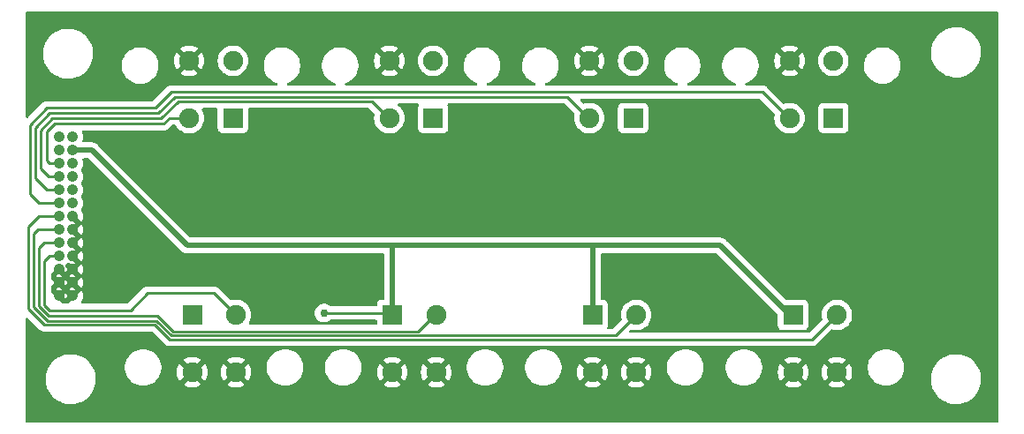
<source format=gbr>
%TF.GenerationSoftware,KiCad,Pcbnew,7.0.1*%
%TF.CreationDate,2023-04-04T11:35:32-07:00*%
%TF.ProjectId,PT Hub,50542048-7562-42e6-9b69-6361645f7063,v01*%
%TF.SameCoordinates,Original*%
%TF.FileFunction,Copper,L2,Bot*%
%TF.FilePolarity,Positive*%
%FSLAX46Y46*%
G04 Gerber Fmt 4.6, Leading zero omitted, Abs format (unit mm)*
G04 Created by KiCad (PCBNEW 7.0.1) date 2023-04-04 11:35:32*
%MOMM*%
%LPD*%
G01*
G04 APERTURE LIST*
%TA.AperFunction,ComponentPad*%
%ADD10R,1.900000X1.900000*%
%TD*%
%TA.AperFunction,ComponentPad*%
%ADD11C,1.900000*%
%TD*%
%TA.AperFunction,ComponentPad*%
%ADD12C,1.066800*%
%TD*%
%TA.AperFunction,ViaPad*%
%ADD13C,0.762000*%
%TD*%
%TA.AperFunction,Conductor*%
%ADD14C,0.508000*%
%TD*%
%TA.AperFunction,Conductor*%
%ADD15C,0.254000*%
%TD*%
G04 APERTURE END LIST*
D10*
%TO.P,P6,1,+12V*%
%TO.N,VIN*%
X125425500Y-127560000D03*
D11*
%TO.P,P6,2,GND*%
%TO.N,PT6+*%
X129625499Y-127560000D03*
%TO.P,P6,3,3*%
%TO.N,Earth*%
X125425500Y-133059999D03*
%TO.P,P6,4,4*%
X129625499Y-133059999D03*
%TD*%
D12*
%TO.P,P1,1,1*%
%TO.N,5V*%
X74295000Y-110490000D03*
%TO.P,P1,2,2*%
X75565000Y-110490000D03*
%TO.P,P1,3,3*%
%TO.N,VIN*%
X74295000Y-111760000D03*
%TO.P,P1,4,4*%
X75565000Y-111760000D03*
%TO.P,P1,5,5*%
%TO.N,PT1+*%
X74295000Y-113030000D03*
%TO.P,P1,6,6*%
%TO.N,PT1-*%
X75565000Y-113030000D03*
%TO.P,P1,7,7*%
%TO.N,PT2+*%
X74295000Y-114300000D03*
%TO.P,P1,8,8*%
%TO.N,PT2-*%
X75565000Y-114300000D03*
%TO.P,P1,9,9*%
%TO.N,PT3+*%
X74295000Y-115570000D03*
%TO.P,P1,10,10*%
%TO.N,PT3-*%
X75565000Y-115570000D03*
%TO.P,P1,11,11*%
%TO.N,PT4+*%
X74295000Y-116840000D03*
%TO.P,P1,12,12*%
%TO.N,PT4-*%
X75565000Y-116840000D03*
%TO.P,P1,13,13*%
%TO.N,PT5+*%
X74295000Y-118110000D03*
%TO.P,P1,14,14*%
%TO.N,Earth*%
X75565000Y-118110000D03*
%TO.P,P1,15,15*%
%TO.N,PT6+*%
X74295000Y-119380000D03*
%TO.P,P1,16,16*%
%TO.N,Earth*%
X75565000Y-119380000D03*
%TO.P,P1,17,17*%
%TO.N,PT7+*%
X74295000Y-120650000D03*
%TO.P,P1,18,18*%
%TO.N,Earth*%
X75565000Y-120650000D03*
%TO.P,P1,19,19*%
%TO.N,PT8+*%
X74295000Y-121920000D03*
%TO.P,P1,20,20*%
%TO.N,Earth*%
X75565000Y-121920000D03*
%TO.P,P1,21,21*%
X74295000Y-123190000D03*
%TO.P,P1,22,22*%
X75565000Y-123190000D03*
%TO.P,P1,23,23*%
X74295000Y-124460000D03*
%TO.P,P1,24,24*%
X75565000Y-124460000D03*
%TO.P,P1,25,25*%
X74295000Y-125730000D03*
%TO.P,P1,26,26*%
X75565000Y-125730000D03*
%TD*%
D10*
%TO.P,P3,1,+12V*%
%TO.N,VIN*%
X106248500Y-127560000D03*
D11*
%TO.P,P3,2,GND*%
%TO.N,PT7+*%
X110448499Y-127560000D03*
%TO.P,P3,3,3*%
%TO.N,Earth*%
X106248500Y-133059999D03*
%TO.P,P3,4,4*%
X110448499Y-133059999D03*
%TD*%
D10*
%TO.P,P8,1,+12V*%
%TO.N,5V*%
X148513500Y-108660000D03*
D11*
%TO.P,P8,2,GND*%
%TO.N,PT4+*%
X144313501Y-108660000D03*
%TO.P,P8,3,3*%
%TO.N,PT4-*%
X148513500Y-103160001D03*
%TO.P,P8,4,4*%
%TO.N,Earth*%
X144313501Y-103160001D03*
%TD*%
D10*
%TO.P,P2,1,+12V*%
%TO.N,VIN*%
X144653000Y-127560000D03*
D11*
%TO.P,P2,2,GND*%
%TO.N,PT5+*%
X148852999Y-127560000D03*
%TO.P,P2,3,3*%
%TO.N,Earth*%
X144653000Y-133059999D03*
%TO.P,P2,4,4*%
X148852999Y-133059999D03*
%TD*%
D10*
%TO.P,P5,1,+12V*%
%TO.N,5V*%
X129336501Y-108660000D03*
D11*
%TO.P,P5,2,GND*%
%TO.N,PT3+*%
X125136502Y-108660000D03*
%TO.P,P5,3,3*%
%TO.N,PT3-*%
X129336501Y-103160001D03*
%TO.P,P5,4,4*%
%TO.N,Earth*%
X125136502Y-103160001D03*
%TD*%
D10*
%TO.P,P4,1,+12V*%
%TO.N,5V*%
X90982495Y-108660006D03*
D11*
%TO.P,P4,2,GND*%
%TO.N,PT1+*%
X86782496Y-108660006D03*
%TO.P,P4,3,3*%
%TO.N,PT1-*%
X90982495Y-103160007D03*
%TO.P,P4,4,4*%
%TO.N,Earth*%
X86782496Y-103160007D03*
%TD*%
D10*
%TO.P,P7,1,+12V*%
%TO.N,5V*%
X110159501Y-108660000D03*
D11*
%TO.P,P7,2,GND*%
%TO.N,PT2+*%
X105959502Y-108660000D03*
%TO.P,P7,3,3*%
%TO.N,PT2-*%
X110159501Y-103160001D03*
%TO.P,P7,4,4*%
%TO.N,Earth*%
X105959502Y-103160001D03*
%TD*%
D10*
%TO.P,P9,1,+12V*%
%TO.N,VIN*%
X87071500Y-127560000D03*
D11*
%TO.P,P9,2,GND*%
%TO.N,PT8+*%
X91271499Y-127560000D03*
%TO.P,P9,3,3*%
%TO.N,Earth*%
X87071500Y-133059999D03*
%TO.P,P9,4,4*%
X91271499Y-133059999D03*
%TD*%
D13*
%TO.N,VIN*%
X99695000Y-127381000D03*
%TO.N,Earth*%
X87249000Y-118237000D03*
%TD*%
D14*
%TO.N,VIN*%
X106299000Y-120904000D02*
X125603000Y-120904000D01*
X125603000Y-120904000D02*
X137668000Y-120904000D01*
X125425500Y-127560000D02*
X125425500Y-121081500D01*
X125425500Y-121081500D02*
X125603000Y-120904000D01*
X86614000Y-120904000D02*
X106299000Y-120904000D01*
X106248500Y-127560000D02*
X106248500Y-120954500D01*
X106248500Y-120954500D02*
X106299000Y-120904000D01*
X75565000Y-111760000D02*
X77470000Y-111760000D01*
X77470000Y-111760000D02*
X86614000Y-120904000D01*
X137668000Y-120904000D02*
X144272000Y-127508000D01*
D15*
X99695000Y-127381000D02*
X106299000Y-127381000D01*
%TO.N,PT1+*%
X74295000Y-113030000D02*
X73406000Y-113030000D01*
X73406000Y-113030000D02*
X73152000Y-112776000D01*
X84888000Y-108660000D02*
X86782501Y-108660000D01*
X73914000Y-109220000D02*
X84328000Y-109220000D01*
X73152000Y-112776000D02*
X73152000Y-109982000D01*
X73152000Y-109982000D02*
X73914000Y-109220000D01*
X84328000Y-109220000D02*
X84888000Y-108660000D01*
%TO.N,PT2+*%
X73660000Y-108712000D02*
X84074000Y-108712000D01*
X72517000Y-113538000D02*
X72517000Y-109855000D01*
X85725000Y-107061000D02*
X104267000Y-107061000D01*
X104267000Y-107061000D02*
X105537000Y-108331000D01*
X84074000Y-108712000D02*
X85725000Y-107061000D01*
X73279000Y-114300000D02*
X72517000Y-113538000D01*
X72517000Y-109855000D02*
X73660000Y-108712000D01*
X74295000Y-114300000D02*
X73279000Y-114300000D01*
%TO.N,PT3+*%
X85407500Y-106616500D02*
X122999500Y-106616500D01*
X72009000Y-114427000D02*
X72009000Y-109601000D01*
X74295000Y-115570000D02*
X73152000Y-115570000D01*
X122999500Y-106616500D02*
X123380500Y-106997500D01*
X123380500Y-106997500D02*
X124968000Y-108585000D01*
X73152000Y-115570000D02*
X72009000Y-114427000D01*
X73406000Y-108204000D02*
X83820000Y-108204000D01*
X72009000Y-109601000D02*
X73406000Y-108204000D01*
X83820000Y-108204000D02*
X85407500Y-106616500D01*
%TO.N,PT4+*%
X73152000Y-107696000D02*
X83566000Y-107696000D01*
X83566000Y-107696000D02*
X85090000Y-106172000D01*
X71501000Y-115951000D02*
X71501000Y-109347000D01*
X74295000Y-116840000D02*
X72390000Y-116840000D01*
X85090000Y-106172000D02*
X141732000Y-106172000D01*
X72390000Y-116840000D02*
X71501000Y-115951000D01*
X141732000Y-106172000D02*
X144018000Y-108458000D01*
X71501000Y-109347000D02*
X73152000Y-107696000D01*
%TO.N,PT5+*%
X84901369Y-129921000D02*
X146431000Y-129921000D01*
X74295000Y-118110000D02*
X72390000Y-118110000D01*
X71374000Y-127000000D02*
X72898000Y-128524000D01*
X72390000Y-118110000D02*
X71374000Y-119126000D01*
X146431000Y-129921000D02*
X148717000Y-127635000D01*
X83504368Y-128524000D02*
X84901369Y-129921000D01*
X71374000Y-119126000D02*
X71374000Y-127000000D01*
X72898000Y-128524000D02*
X83504368Y-128524000D01*
%TO.N,PT6+*%
X71882000Y-119761000D02*
X71882000Y-126776816D01*
X71882000Y-126776816D02*
X73248184Y-128143000D01*
X73248184Y-128143000D02*
X83662184Y-128143000D01*
X72263000Y-119380000D02*
X71882000Y-119761000D01*
X83662184Y-128143000D02*
X85059184Y-129540000D01*
X85059184Y-129540000D02*
X127635000Y-129540000D01*
X74295000Y-119380000D02*
X72263000Y-119380000D01*
X127635000Y-129540000D02*
X129540000Y-127635000D01*
%TO.N,PT7+*%
X72898000Y-120650000D02*
X72390000Y-121158000D01*
X83693000Y-127635000D02*
X85217000Y-129159000D01*
X72390000Y-121158000D02*
X72390000Y-126746000D01*
X85217000Y-129159000D02*
X108712000Y-129159000D01*
X108712000Y-129159000D02*
X110236000Y-127635000D01*
X72390000Y-126746000D02*
X73279000Y-127635000D01*
X74295000Y-120650000D02*
X72898000Y-120650000D01*
X73279000Y-127635000D02*
X83693000Y-127635000D01*
%TO.N,PT8+*%
X73406000Y-127127000D02*
X72898000Y-126619000D01*
X91271499Y-127560000D02*
X89187499Y-125476000D01*
X73406000Y-121920000D02*
X74168000Y-121920000D01*
X72898000Y-122428000D02*
X73406000Y-121920000D01*
X82804000Y-125476000D02*
X81153000Y-127127000D01*
X72898000Y-126619000D02*
X72898000Y-122428000D01*
X81153000Y-127127000D02*
X73406000Y-127127000D01*
X89187499Y-125476000D02*
X82804000Y-125476000D01*
%TD*%
%TA.AperFunction,Conductor*%
%TO.N,Earth*%
G36*
X164274500Y-98442381D02*
G01*
X164320619Y-98488500D01*
X164337500Y-98551500D01*
X164337500Y-137744700D01*
X164320619Y-137807700D01*
X164274500Y-137853819D01*
X164211500Y-137870700D01*
X71246500Y-137870700D01*
X71183500Y-137853819D01*
X71137381Y-137807700D01*
X71120500Y-137744700D01*
X71120500Y-133653905D01*
X73033793Y-133653905D01*
X73043672Y-133961975D01*
X73091233Y-134256155D01*
X73092867Y-134266261D01*
X73137135Y-134415415D01*
X73180570Y-134561758D01*
X73305336Y-134843609D01*
X73465119Y-135107189D01*
X73542476Y-135204191D01*
X73657304Y-135348181D01*
X73878724Y-135562614D01*
X74125748Y-135746973D01*
X74394317Y-135898228D01*
X74548483Y-135960643D01*
X74680025Y-136013899D01*
X74978179Y-136092084D01*
X75283883Y-136131500D01*
X75514974Y-136131500D01*
X75514976Y-136131500D01*
X75745603Y-136116693D01*
X76048146Y-136057773D01*
X76048146Y-136057772D01*
X76048151Y-136057772D01*
X76340683Y-135960644D01*
X76618393Y-135826907D01*
X76876720Y-135658754D01*
X77111424Y-135458948D01*
X77318650Y-135230769D01*
X77494996Y-134977963D01*
X77637567Y-134704683D01*
X77744020Y-134415415D01*
X77812609Y-134114908D01*
X77842206Y-133808098D01*
X77838562Y-133694474D01*
X77832327Y-133500024D01*
X77832327Y-133500022D01*
X77783133Y-133195739D01*
X77695431Y-132900244D01*
X77620592Y-132731182D01*
X80621002Y-132731182D01*
X80660106Y-132990615D01*
X80660107Y-132990618D01*
X80737438Y-133241323D01*
X80851274Y-133477704D01*
X80999065Y-133694474D01*
X80999067Y-133694476D01*
X80999069Y-133694479D01*
X81177521Y-133886805D01*
X81382645Y-134050386D01*
X81609859Y-134181568D01*
X81854086Y-134277420D01*
X82109872Y-134335802D01*
X82306008Y-134350500D01*
X82436991Y-134350500D01*
X82436996Y-134350500D01*
X82633132Y-134335802D01*
X82888918Y-134277420D01*
X82943098Y-134256156D01*
X86234552Y-134256156D01*
X86271310Y-134284767D01*
X86483824Y-134399774D01*
X86712352Y-134478227D01*
X86950689Y-134517999D01*
X87192311Y-134517999D01*
X87430647Y-134478227D01*
X87659178Y-134399773D01*
X87871684Y-134284770D01*
X87908446Y-134256156D01*
X90434551Y-134256156D01*
X90471309Y-134284767D01*
X90683823Y-134399774D01*
X90912351Y-134478227D01*
X91150688Y-134517999D01*
X91392310Y-134517999D01*
X91630646Y-134478227D01*
X91859177Y-134399773D01*
X92071683Y-134284770D01*
X92108445Y-134256156D01*
X92108446Y-134256155D01*
X91271500Y-133419209D01*
X91271499Y-133419209D01*
X90434551Y-134256156D01*
X87908446Y-134256156D01*
X87908447Y-134256155D01*
X87071501Y-133419209D01*
X87071500Y-133419209D01*
X86234552Y-134256156D01*
X82943098Y-134256156D01*
X83133145Y-134181568D01*
X83360359Y-134050386D01*
X83565483Y-133886805D01*
X83743935Y-133694479D01*
X83891730Y-133477704D01*
X84005565Y-133241323D01*
X84061496Y-133059999D01*
X85608503Y-133059999D01*
X85628457Y-133300804D01*
X85687771Y-133535031D01*
X85784833Y-133756309D01*
X85876172Y-133896114D01*
X86712289Y-133060000D01*
X87430710Y-133060000D01*
X88266824Y-133896114D01*
X88266825Y-133896114D01*
X88358168Y-133756305D01*
X88455228Y-133535031D01*
X88514542Y-133300804D01*
X88534496Y-133059999D01*
X89808502Y-133059999D01*
X89828456Y-133300804D01*
X89887770Y-133535031D01*
X89984832Y-133756309D01*
X90076171Y-133896114D01*
X90912288Y-133060000D01*
X91630709Y-133060000D01*
X92466823Y-133896114D01*
X92466824Y-133896114D01*
X92558167Y-133756305D01*
X92655227Y-133535031D01*
X92714541Y-133300804D01*
X92734495Y-133059999D01*
X92714541Y-132819193D01*
X92692254Y-132731182D01*
X94220975Y-132731182D01*
X94260079Y-132990615D01*
X94260080Y-132990618D01*
X94337411Y-133241323D01*
X94451247Y-133477704D01*
X94599038Y-133694474D01*
X94599040Y-133694476D01*
X94599042Y-133694479D01*
X94777494Y-133886805D01*
X94982618Y-134050386D01*
X95209832Y-134181568D01*
X95454059Y-134277420D01*
X95709845Y-134335802D01*
X95905981Y-134350500D01*
X96036964Y-134350500D01*
X96036969Y-134350500D01*
X96233105Y-134335802D01*
X96488891Y-134277420D01*
X96733118Y-134181568D01*
X96960332Y-134050386D01*
X97165456Y-133886805D01*
X97343908Y-133694479D01*
X97491703Y-133477704D01*
X97605538Y-133241323D01*
X97682871Y-132990615D01*
X97721975Y-132731182D01*
X99798002Y-132731182D01*
X99837106Y-132990615D01*
X99837107Y-132990618D01*
X99914438Y-133241323D01*
X100028274Y-133477704D01*
X100176065Y-133694474D01*
X100176067Y-133694476D01*
X100176069Y-133694479D01*
X100354521Y-133886805D01*
X100559645Y-134050386D01*
X100786859Y-134181568D01*
X101031086Y-134277420D01*
X101286872Y-134335802D01*
X101483008Y-134350500D01*
X101613991Y-134350500D01*
X101613996Y-134350500D01*
X101810132Y-134335802D01*
X102065918Y-134277420D01*
X102120098Y-134256156D01*
X105411552Y-134256156D01*
X105448310Y-134284767D01*
X105660824Y-134399774D01*
X105889352Y-134478227D01*
X106127689Y-134517999D01*
X106369311Y-134517999D01*
X106607647Y-134478227D01*
X106836178Y-134399773D01*
X107048684Y-134284770D01*
X107085446Y-134256156D01*
X109611551Y-134256156D01*
X109648309Y-134284767D01*
X109860823Y-134399774D01*
X110089351Y-134478227D01*
X110327688Y-134517999D01*
X110569310Y-134517999D01*
X110807646Y-134478227D01*
X111036177Y-134399773D01*
X111248683Y-134284770D01*
X111285445Y-134256156D01*
X111285446Y-134256155D01*
X110448500Y-133419209D01*
X110448499Y-133419209D01*
X109611551Y-134256156D01*
X107085446Y-134256156D01*
X107085447Y-134256155D01*
X106248501Y-133419209D01*
X106248500Y-133419209D01*
X105411552Y-134256156D01*
X102120098Y-134256156D01*
X102310145Y-134181568D01*
X102537359Y-134050386D01*
X102742483Y-133886805D01*
X102920935Y-133694479D01*
X103068730Y-133477704D01*
X103182565Y-133241323D01*
X103238496Y-133059999D01*
X104785503Y-133059999D01*
X104805457Y-133300804D01*
X104864771Y-133535031D01*
X104961833Y-133756309D01*
X105053172Y-133896114D01*
X105889289Y-133060000D01*
X106607710Y-133060000D01*
X107443824Y-133896114D01*
X107443825Y-133896114D01*
X107535168Y-133756305D01*
X107632228Y-133535031D01*
X107691542Y-133300804D01*
X107711496Y-133059999D01*
X108985502Y-133059999D01*
X109005456Y-133300804D01*
X109064770Y-133535031D01*
X109161832Y-133756309D01*
X109253171Y-133896114D01*
X110089288Y-133060000D01*
X110807709Y-133060000D01*
X111643823Y-133896114D01*
X111643824Y-133896114D01*
X111735167Y-133756305D01*
X111832227Y-133535031D01*
X111891541Y-133300804D01*
X111911495Y-133059999D01*
X111891541Y-132819193D01*
X111869254Y-132731182D01*
X113397975Y-132731182D01*
X113437079Y-132990615D01*
X113437080Y-132990618D01*
X113514411Y-133241323D01*
X113628247Y-133477704D01*
X113776038Y-133694474D01*
X113776040Y-133694476D01*
X113776042Y-133694479D01*
X113954494Y-133886805D01*
X114159618Y-134050386D01*
X114386832Y-134181568D01*
X114631059Y-134277420D01*
X114886845Y-134335802D01*
X115082981Y-134350500D01*
X115213964Y-134350500D01*
X115213969Y-134350500D01*
X115410105Y-134335802D01*
X115665891Y-134277420D01*
X115910118Y-134181568D01*
X116137332Y-134050386D01*
X116342456Y-133886805D01*
X116520908Y-133694479D01*
X116668703Y-133477704D01*
X116782538Y-133241323D01*
X116859871Y-132990615D01*
X116898975Y-132731182D01*
X118975002Y-132731182D01*
X119014106Y-132990615D01*
X119014107Y-132990618D01*
X119091438Y-133241323D01*
X119205274Y-133477704D01*
X119353065Y-133694474D01*
X119353067Y-133694476D01*
X119353069Y-133694479D01*
X119531521Y-133886805D01*
X119736645Y-134050386D01*
X119963859Y-134181568D01*
X120208086Y-134277420D01*
X120463872Y-134335802D01*
X120660008Y-134350500D01*
X120790991Y-134350500D01*
X120790996Y-134350500D01*
X120987132Y-134335802D01*
X121242918Y-134277420D01*
X121297098Y-134256156D01*
X124588551Y-134256156D01*
X124625310Y-134284767D01*
X124837824Y-134399774D01*
X125066352Y-134478227D01*
X125304689Y-134517999D01*
X125546311Y-134517999D01*
X125784647Y-134478227D01*
X126013178Y-134399773D01*
X126225684Y-134284770D01*
X126262446Y-134256156D01*
X128788551Y-134256156D01*
X128825309Y-134284767D01*
X129037823Y-134399774D01*
X129266351Y-134478227D01*
X129504688Y-134517999D01*
X129746310Y-134517999D01*
X129984646Y-134478227D01*
X130213177Y-134399773D01*
X130425683Y-134284770D01*
X130462445Y-134256156D01*
X130462446Y-134256155D01*
X129625500Y-133419209D01*
X129625499Y-133419209D01*
X128788551Y-134256156D01*
X126262446Y-134256156D01*
X126262447Y-134256155D01*
X125425501Y-133419209D01*
X125425500Y-133419209D01*
X124588551Y-134256156D01*
X121297098Y-134256156D01*
X121487145Y-134181568D01*
X121714359Y-134050386D01*
X121919483Y-133886805D01*
X122097935Y-133694479D01*
X122245730Y-133477704D01*
X122359565Y-133241323D01*
X122415496Y-133059998D01*
X123962503Y-133059998D01*
X123982457Y-133300804D01*
X124041771Y-133535031D01*
X124138833Y-133756309D01*
X124230172Y-133896114D01*
X125066289Y-133060000D01*
X125784710Y-133060000D01*
X126620824Y-133896114D01*
X126620825Y-133896114D01*
X126712168Y-133756305D01*
X126809228Y-133535031D01*
X126868542Y-133300804D01*
X126888496Y-133059998D01*
X128162502Y-133059998D01*
X128182456Y-133300804D01*
X128241770Y-133535031D01*
X128338832Y-133756309D01*
X128430171Y-133896114D01*
X129266288Y-133060000D01*
X129984709Y-133060000D01*
X130820823Y-133896114D01*
X130820824Y-133896114D01*
X130912167Y-133756305D01*
X131009227Y-133535031D01*
X131068541Y-133300804D01*
X131088495Y-133059998D01*
X131068541Y-132819193D01*
X131046254Y-132731182D01*
X132574975Y-132731182D01*
X132614079Y-132990615D01*
X132614080Y-132990618D01*
X132691411Y-133241323D01*
X132805247Y-133477704D01*
X132953038Y-133694474D01*
X132953040Y-133694476D01*
X132953042Y-133694479D01*
X133131494Y-133886805D01*
X133336618Y-134050386D01*
X133563832Y-134181568D01*
X133808059Y-134277420D01*
X134063845Y-134335802D01*
X134259981Y-134350500D01*
X134390964Y-134350500D01*
X134390969Y-134350500D01*
X134587105Y-134335802D01*
X134842891Y-134277420D01*
X135087118Y-134181568D01*
X135314332Y-134050386D01*
X135519456Y-133886805D01*
X135697908Y-133694479D01*
X135845703Y-133477704D01*
X135959538Y-133241323D01*
X136036871Y-132990615D01*
X136075975Y-132731182D01*
X138202502Y-132731182D01*
X138241606Y-132990615D01*
X138241607Y-132990618D01*
X138318938Y-133241323D01*
X138432774Y-133477704D01*
X138580565Y-133694474D01*
X138580567Y-133694476D01*
X138580569Y-133694479D01*
X138759021Y-133886805D01*
X138964145Y-134050386D01*
X139191359Y-134181568D01*
X139435586Y-134277420D01*
X139691372Y-134335802D01*
X139887508Y-134350500D01*
X140018491Y-134350500D01*
X140018496Y-134350500D01*
X140214632Y-134335802D01*
X140470418Y-134277420D01*
X140524598Y-134256156D01*
X143816052Y-134256156D01*
X143852810Y-134284767D01*
X144065324Y-134399774D01*
X144293852Y-134478227D01*
X144532189Y-134517999D01*
X144773811Y-134517999D01*
X145012147Y-134478227D01*
X145240678Y-134399773D01*
X145453184Y-134284770D01*
X145489946Y-134256156D01*
X148016050Y-134256156D01*
X148052809Y-134284767D01*
X148265323Y-134399774D01*
X148493851Y-134478227D01*
X148732188Y-134517999D01*
X148973810Y-134517999D01*
X149212146Y-134478227D01*
X149440677Y-134399773D01*
X149653183Y-134284770D01*
X149689945Y-134256156D01*
X149689946Y-134256155D01*
X148853000Y-133419209D01*
X148852999Y-133419209D01*
X148016050Y-134256156D01*
X145489946Y-134256156D01*
X145489947Y-134256155D01*
X144653001Y-133419209D01*
X144653000Y-133419209D01*
X143816052Y-134256156D01*
X140524598Y-134256156D01*
X140714645Y-134181568D01*
X140941859Y-134050386D01*
X141146983Y-133886805D01*
X141325435Y-133694479D01*
X141473230Y-133477704D01*
X141587065Y-133241323D01*
X141642996Y-133059998D01*
X143190003Y-133059998D01*
X143209957Y-133300804D01*
X143269271Y-133535031D01*
X143366333Y-133756309D01*
X143457672Y-133896114D01*
X144293789Y-133060000D01*
X145012210Y-133060000D01*
X145848324Y-133896114D01*
X145848325Y-133896114D01*
X145939668Y-133756305D01*
X146036728Y-133535031D01*
X146096042Y-133300804D01*
X146115996Y-133059998D01*
X147390002Y-133059998D01*
X147409956Y-133300804D01*
X147469270Y-133535031D01*
X147566332Y-133756309D01*
X147657671Y-133896114D01*
X148493788Y-133060000D01*
X149212209Y-133060000D01*
X150048323Y-133896114D01*
X150048324Y-133896114D01*
X150139667Y-133756305D01*
X150236727Y-133535031D01*
X150296041Y-133300804D01*
X150315995Y-133059998D01*
X150296041Y-132819193D01*
X150273754Y-132731182D01*
X151802475Y-132731182D01*
X151841579Y-132990615D01*
X151841580Y-132990618D01*
X151918911Y-133241323D01*
X152032747Y-133477704D01*
X152180538Y-133694474D01*
X152180540Y-133694476D01*
X152180542Y-133694479D01*
X152358994Y-133886805D01*
X152564118Y-134050386D01*
X152791332Y-134181568D01*
X153035559Y-134277420D01*
X153291345Y-134335802D01*
X153487481Y-134350500D01*
X153618464Y-134350500D01*
X153618469Y-134350500D01*
X153814605Y-134335802D01*
X154070391Y-134277420D01*
X154314618Y-134181568D01*
X154541832Y-134050386D01*
X154746956Y-133886805D01*
X154925408Y-133694479D01*
X154953071Y-133653905D01*
X157869793Y-133653905D01*
X157879672Y-133961975D01*
X157927233Y-134256155D01*
X157928867Y-134266261D01*
X157973135Y-134415415D01*
X158016570Y-134561758D01*
X158141336Y-134843609D01*
X158301119Y-135107189D01*
X158378476Y-135204191D01*
X158493304Y-135348181D01*
X158714724Y-135562614D01*
X158961748Y-135746973D01*
X159230317Y-135898228D01*
X159384483Y-135960643D01*
X159516025Y-136013899D01*
X159814179Y-136092084D01*
X160119883Y-136131500D01*
X160350974Y-136131500D01*
X160350976Y-136131500D01*
X160581603Y-136116693D01*
X160884146Y-136057773D01*
X160884146Y-136057772D01*
X160884151Y-136057772D01*
X161176683Y-135960644D01*
X161454393Y-135826907D01*
X161712720Y-135658754D01*
X161947424Y-135458948D01*
X162154650Y-135230769D01*
X162330996Y-134977963D01*
X162473567Y-134704683D01*
X162580020Y-134415415D01*
X162648609Y-134114908D01*
X162678206Y-133808098D01*
X162674562Y-133694474D01*
X162668327Y-133500024D01*
X162668327Y-133500022D01*
X162619133Y-133195739D01*
X162531431Y-132900244D01*
X162406663Y-132618391D01*
X162406663Y-132618390D01*
X162246880Y-132354810D01*
X162188861Y-132282057D01*
X162054696Y-132113819D01*
X161833276Y-131899386D01*
X161747309Y-131835227D01*
X161586251Y-131715026D01*
X161317682Y-131563771D01*
X161031976Y-131448101D01*
X160733826Y-131369917D01*
X160733823Y-131369916D01*
X160733821Y-131369916D01*
X160428117Y-131330500D01*
X160197026Y-131330500D01*
X160197024Y-131330500D01*
X159966396Y-131345306D01*
X159663853Y-131404226D01*
X159371314Y-131501356D01*
X159093609Y-131635091D01*
X158835278Y-131803247D01*
X158600576Y-132003052D01*
X158393351Y-132231229D01*
X158217000Y-132484042D01*
X158074434Y-132757314D01*
X157967980Y-133046583D01*
X157899391Y-133347091D01*
X157869793Y-133653905D01*
X154953071Y-133653905D01*
X155073203Y-133477704D01*
X155187038Y-133241323D01*
X155264371Y-132990615D01*
X155303475Y-132731182D01*
X155303475Y-132468818D01*
X155264371Y-132209385D01*
X155187038Y-131958677D01*
X155141367Y-131863841D01*
X155112186Y-131803246D01*
X155073203Y-131722296D01*
X154925408Y-131505521D01*
X154746956Y-131313195D01*
X154541832Y-131149614D01*
X154314618Y-131018432D01*
X154070392Y-130922580D01*
X153814606Y-130864198D01*
X153781915Y-130861748D01*
X153618469Y-130849500D01*
X153487481Y-130849500D01*
X153347383Y-130859998D01*
X153291343Y-130864198D01*
X153035557Y-130922580D01*
X152791331Y-131018432D01*
X152564121Y-131149612D01*
X152564118Y-131149614D01*
X152358994Y-131313195D01*
X152306365Y-131369916D01*
X152180538Y-131505525D01*
X152032747Y-131722295D01*
X151918911Y-131958676D01*
X151841580Y-132209381D01*
X151841579Y-132209385D01*
X151802475Y-132468818D01*
X151802475Y-132731182D01*
X150273754Y-132731182D01*
X150236727Y-132584966D01*
X150139667Y-132363692D01*
X150048324Y-132223882D01*
X149212209Y-133059999D01*
X149212209Y-133060000D01*
X148493788Y-133060000D01*
X148493789Y-133059999D01*
X148493789Y-133059998D01*
X147657673Y-132223882D01*
X147657672Y-132223882D01*
X147566332Y-132363688D01*
X147469270Y-132584966D01*
X147409956Y-132819193D01*
X147390002Y-133059998D01*
X146115996Y-133059998D01*
X146096042Y-132819193D01*
X146036728Y-132584966D01*
X145939668Y-132363692D01*
X145848325Y-132223882D01*
X145012210Y-133059999D01*
X145012210Y-133060000D01*
X144293789Y-133060000D01*
X144293790Y-133059999D01*
X144293790Y-133059998D01*
X143457674Y-132223882D01*
X143457673Y-132223882D01*
X143366333Y-132363688D01*
X143269271Y-132584966D01*
X143209957Y-132819193D01*
X143190003Y-133059998D01*
X141642996Y-133059998D01*
X141664398Y-132990615D01*
X141703502Y-132731182D01*
X141703502Y-132468818D01*
X141664398Y-132209385D01*
X141587065Y-131958677D01*
X141541394Y-131863841D01*
X143816051Y-131863841D01*
X144652999Y-132700789D01*
X144653000Y-132700789D01*
X145489947Y-131863841D01*
X148016050Y-131863841D01*
X148852998Y-132700789D01*
X148852999Y-132700789D01*
X149689946Y-131863841D01*
X149689945Y-131863840D01*
X149653187Y-131835230D01*
X149440674Y-131720223D01*
X149212146Y-131641770D01*
X148973810Y-131601999D01*
X148732188Y-131601999D01*
X148493851Y-131641770D01*
X148265320Y-131720224D01*
X148052813Y-131835227D01*
X148016051Y-131863840D01*
X148016050Y-131863841D01*
X145489947Y-131863841D01*
X145489946Y-131863840D01*
X145453188Y-131835230D01*
X145240675Y-131720223D01*
X145012147Y-131641770D01*
X144773811Y-131601999D01*
X144532189Y-131601999D01*
X144293852Y-131641770D01*
X144065321Y-131720224D01*
X143852814Y-131835227D01*
X143816052Y-131863840D01*
X143816051Y-131863841D01*
X141541394Y-131863841D01*
X141512213Y-131803246D01*
X141473230Y-131722296D01*
X141325435Y-131505521D01*
X141146983Y-131313195D01*
X140941859Y-131149614D01*
X140714645Y-131018432D01*
X140470419Y-130922580D01*
X140214633Y-130864198D01*
X140181942Y-130861748D01*
X140018496Y-130849500D01*
X139887508Y-130849500D01*
X139747410Y-130859998D01*
X139691370Y-130864198D01*
X139435584Y-130922580D01*
X139191358Y-131018432D01*
X138964148Y-131149612D01*
X138964145Y-131149614D01*
X138759021Y-131313195D01*
X138706392Y-131369916D01*
X138580565Y-131505525D01*
X138432774Y-131722295D01*
X138318938Y-131958676D01*
X138241607Y-132209381D01*
X138241606Y-132209385D01*
X138202502Y-132468818D01*
X138202502Y-132731182D01*
X136075975Y-132731182D01*
X136075975Y-132468818D01*
X136036871Y-132209385D01*
X135959538Y-131958677D01*
X135913867Y-131863841D01*
X135884686Y-131803246D01*
X135845703Y-131722296D01*
X135697908Y-131505521D01*
X135519456Y-131313195D01*
X135314332Y-131149614D01*
X135087118Y-131018432D01*
X134842892Y-130922580D01*
X134587106Y-130864198D01*
X134554415Y-130861748D01*
X134390969Y-130849500D01*
X134259981Y-130849500D01*
X134119883Y-130859998D01*
X134063843Y-130864198D01*
X133808057Y-130922580D01*
X133563831Y-131018432D01*
X133336621Y-131149612D01*
X133336618Y-131149614D01*
X133131494Y-131313195D01*
X133078865Y-131369916D01*
X132953038Y-131505525D01*
X132805247Y-131722295D01*
X132691411Y-131958676D01*
X132614080Y-132209381D01*
X132614079Y-132209385D01*
X132574975Y-132468818D01*
X132574975Y-132731182D01*
X131046254Y-132731182D01*
X131009227Y-132584966D01*
X130912167Y-132363692D01*
X130820824Y-132223882D01*
X129984709Y-133059999D01*
X129984709Y-133060000D01*
X129266288Y-133060000D01*
X129266289Y-133059999D01*
X129266289Y-133059998D01*
X128430173Y-132223882D01*
X128430172Y-132223882D01*
X128338832Y-132363688D01*
X128241770Y-132584966D01*
X128182456Y-132819193D01*
X128162502Y-133059998D01*
X126888496Y-133059998D01*
X126868542Y-132819193D01*
X126809228Y-132584966D01*
X126712168Y-132363692D01*
X126620825Y-132223882D01*
X125784710Y-133059999D01*
X125784710Y-133060000D01*
X125066289Y-133060000D01*
X125066290Y-133059999D01*
X125066290Y-133059998D01*
X124230174Y-132223882D01*
X124230173Y-132223882D01*
X124138833Y-132363688D01*
X124041771Y-132584966D01*
X123982457Y-132819193D01*
X123962503Y-133059998D01*
X122415496Y-133059998D01*
X122436898Y-132990615D01*
X122476002Y-132731182D01*
X122476002Y-132468818D01*
X122436898Y-132209385D01*
X122359565Y-131958677D01*
X122313894Y-131863841D01*
X124588551Y-131863841D01*
X125425499Y-132700789D01*
X125425500Y-132700789D01*
X126262447Y-131863841D01*
X128788550Y-131863841D01*
X129625498Y-132700789D01*
X129625499Y-132700789D01*
X130462446Y-131863841D01*
X130462445Y-131863840D01*
X130425687Y-131835230D01*
X130213174Y-131720223D01*
X129984646Y-131641770D01*
X129746310Y-131601999D01*
X129504688Y-131601999D01*
X129266351Y-131641770D01*
X129037820Y-131720224D01*
X128825313Y-131835227D01*
X128788551Y-131863840D01*
X128788550Y-131863841D01*
X126262447Y-131863841D01*
X126262446Y-131863840D01*
X126225688Y-131835230D01*
X126013175Y-131720223D01*
X125784647Y-131641770D01*
X125546311Y-131601999D01*
X125304689Y-131601999D01*
X125066352Y-131641770D01*
X124837821Y-131720224D01*
X124625314Y-131835227D01*
X124588552Y-131863840D01*
X124588551Y-131863841D01*
X122313894Y-131863841D01*
X122284713Y-131803246D01*
X122245730Y-131722296D01*
X122097935Y-131505521D01*
X121919483Y-131313195D01*
X121714359Y-131149614D01*
X121487145Y-131018432D01*
X121242919Y-130922580D01*
X120987133Y-130864198D01*
X120954442Y-130861748D01*
X120790996Y-130849500D01*
X120660008Y-130849500D01*
X120519910Y-130859998D01*
X120463870Y-130864198D01*
X120208084Y-130922580D01*
X119963858Y-131018432D01*
X119736648Y-131149612D01*
X119736645Y-131149614D01*
X119531521Y-131313195D01*
X119478892Y-131369916D01*
X119353065Y-131505525D01*
X119205274Y-131722295D01*
X119091438Y-131958676D01*
X119014107Y-132209381D01*
X119014106Y-132209385D01*
X118975002Y-132468818D01*
X118975002Y-132731182D01*
X116898975Y-132731182D01*
X116898975Y-132468818D01*
X116859871Y-132209385D01*
X116782538Y-131958677D01*
X116736867Y-131863841D01*
X116707686Y-131803246D01*
X116668703Y-131722296D01*
X116520908Y-131505521D01*
X116342456Y-131313195D01*
X116137332Y-131149614D01*
X115910118Y-131018432D01*
X115665892Y-130922580D01*
X115410106Y-130864198D01*
X115377415Y-130861748D01*
X115213969Y-130849500D01*
X115082981Y-130849500D01*
X114942883Y-130859998D01*
X114886843Y-130864198D01*
X114631057Y-130922580D01*
X114386831Y-131018432D01*
X114159621Y-131149612D01*
X114159618Y-131149614D01*
X113954494Y-131313195D01*
X113901865Y-131369916D01*
X113776038Y-131505525D01*
X113628247Y-131722295D01*
X113514411Y-131958676D01*
X113437080Y-132209381D01*
X113437079Y-132209385D01*
X113397975Y-132468818D01*
X113397975Y-132731182D01*
X111869254Y-132731182D01*
X111832227Y-132584966D01*
X111735167Y-132363692D01*
X111643824Y-132223882D01*
X110807709Y-133059999D01*
X110807709Y-133060000D01*
X110089288Y-133060000D01*
X110089289Y-133059999D01*
X110089289Y-133059998D01*
X109253173Y-132223882D01*
X109253172Y-132223882D01*
X109161832Y-132363688D01*
X109064770Y-132584966D01*
X109005456Y-132819193D01*
X108985502Y-133059999D01*
X107711496Y-133059999D01*
X107691542Y-132819193D01*
X107632228Y-132584966D01*
X107535168Y-132363692D01*
X107443825Y-132223882D01*
X106607710Y-133059999D01*
X106607710Y-133060000D01*
X105889289Y-133060000D01*
X105889290Y-133059999D01*
X105889290Y-133059998D01*
X105053174Y-132223882D01*
X105053173Y-132223882D01*
X104961833Y-132363688D01*
X104864771Y-132584966D01*
X104805457Y-132819193D01*
X104785503Y-133059999D01*
X103238496Y-133059999D01*
X103259898Y-132990615D01*
X103299002Y-132731182D01*
X103299002Y-132468818D01*
X103259898Y-132209385D01*
X103182565Y-131958677D01*
X103136894Y-131863841D01*
X105411551Y-131863841D01*
X106248499Y-132700789D01*
X106248500Y-132700789D01*
X107085447Y-131863841D01*
X109611550Y-131863841D01*
X110448498Y-132700789D01*
X110448499Y-132700789D01*
X111285446Y-131863841D01*
X111285445Y-131863840D01*
X111248687Y-131835230D01*
X111036174Y-131720223D01*
X110807646Y-131641770D01*
X110569310Y-131601999D01*
X110327688Y-131601999D01*
X110089351Y-131641770D01*
X109860820Y-131720224D01*
X109648313Y-131835227D01*
X109611551Y-131863840D01*
X109611550Y-131863841D01*
X107085447Y-131863841D01*
X107085446Y-131863840D01*
X107048688Y-131835230D01*
X106836175Y-131720223D01*
X106607647Y-131641770D01*
X106369311Y-131601999D01*
X106127689Y-131601999D01*
X105889352Y-131641770D01*
X105660821Y-131720224D01*
X105448314Y-131835227D01*
X105411552Y-131863840D01*
X105411551Y-131863841D01*
X103136894Y-131863841D01*
X103107713Y-131803246D01*
X103068730Y-131722296D01*
X102920935Y-131505521D01*
X102742483Y-131313195D01*
X102537359Y-131149614D01*
X102310145Y-131018432D01*
X102065919Y-130922580D01*
X101810133Y-130864198D01*
X101777442Y-130861748D01*
X101613996Y-130849500D01*
X101483008Y-130849500D01*
X101342910Y-130859998D01*
X101286870Y-130864198D01*
X101031084Y-130922580D01*
X100786858Y-131018432D01*
X100559648Y-131149612D01*
X100559645Y-131149614D01*
X100354521Y-131313195D01*
X100301892Y-131369916D01*
X100176065Y-131505525D01*
X100028274Y-131722295D01*
X99914438Y-131958676D01*
X99837107Y-132209381D01*
X99837106Y-132209385D01*
X99798002Y-132468818D01*
X99798002Y-132731182D01*
X97721975Y-132731182D01*
X97721975Y-132468818D01*
X97682871Y-132209385D01*
X97605538Y-131958677D01*
X97559867Y-131863841D01*
X97530686Y-131803246D01*
X97491703Y-131722296D01*
X97343908Y-131505521D01*
X97165456Y-131313195D01*
X96960332Y-131149614D01*
X96733118Y-131018432D01*
X96488892Y-130922580D01*
X96233106Y-130864198D01*
X96200415Y-130861748D01*
X96036969Y-130849500D01*
X95905981Y-130849500D01*
X95765883Y-130859998D01*
X95709843Y-130864198D01*
X95454057Y-130922580D01*
X95209831Y-131018432D01*
X94982621Y-131149612D01*
X94982618Y-131149614D01*
X94777494Y-131313195D01*
X94724865Y-131369916D01*
X94599038Y-131505525D01*
X94451247Y-131722295D01*
X94337411Y-131958676D01*
X94260080Y-132209381D01*
X94260079Y-132209385D01*
X94220975Y-132468818D01*
X94220975Y-132731182D01*
X92692254Y-132731182D01*
X92655227Y-132584966D01*
X92558167Y-132363692D01*
X92466824Y-132223882D01*
X91630709Y-133059999D01*
X91630709Y-133060000D01*
X90912288Y-133060000D01*
X90912289Y-133059999D01*
X90912289Y-133059998D01*
X90076173Y-132223882D01*
X90076172Y-132223882D01*
X89984832Y-132363688D01*
X89887770Y-132584966D01*
X89828456Y-132819193D01*
X89808502Y-133059999D01*
X88534496Y-133059999D01*
X88514542Y-132819193D01*
X88455228Y-132584966D01*
X88358168Y-132363692D01*
X88266825Y-132223882D01*
X87430710Y-133059999D01*
X87430710Y-133060000D01*
X86712289Y-133060000D01*
X86712290Y-133059999D01*
X86712290Y-133059998D01*
X85876174Y-132223882D01*
X85876173Y-132223882D01*
X85784833Y-132363688D01*
X85687771Y-132584966D01*
X85628457Y-132819193D01*
X85608503Y-133059999D01*
X84061496Y-133059999D01*
X84082898Y-132990615D01*
X84122002Y-132731182D01*
X84122002Y-132468818D01*
X84082898Y-132209385D01*
X84005565Y-131958677D01*
X83959894Y-131863841D01*
X86234551Y-131863841D01*
X87071499Y-132700789D01*
X87071500Y-132700789D01*
X87908447Y-131863841D01*
X90434550Y-131863841D01*
X91271498Y-132700789D01*
X91271499Y-132700789D01*
X92108446Y-131863841D01*
X92108445Y-131863840D01*
X92071687Y-131835230D01*
X91859174Y-131720223D01*
X91630646Y-131641770D01*
X91392310Y-131601999D01*
X91150688Y-131601999D01*
X90912351Y-131641770D01*
X90683820Y-131720224D01*
X90471313Y-131835227D01*
X90434551Y-131863840D01*
X90434550Y-131863841D01*
X87908447Y-131863841D01*
X87908446Y-131863840D01*
X87871688Y-131835230D01*
X87659175Y-131720223D01*
X87430647Y-131641770D01*
X87192311Y-131601999D01*
X86950689Y-131601999D01*
X86712352Y-131641770D01*
X86483821Y-131720224D01*
X86271314Y-131835227D01*
X86234552Y-131863840D01*
X86234551Y-131863841D01*
X83959894Y-131863841D01*
X83930713Y-131803246D01*
X83891730Y-131722296D01*
X83743935Y-131505521D01*
X83565483Y-131313195D01*
X83360359Y-131149614D01*
X83133145Y-131018432D01*
X82888919Y-130922580D01*
X82633133Y-130864198D01*
X82600442Y-130861748D01*
X82436996Y-130849500D01*
X82306008Y-130849500D01*
X82165910Y-130859998D01*
X82109870Y-130864198D01*
X81854084Y-130922580D01*
X81609858Y-131018432D01*
X81382648Y-131149612D01*
X81382645Y-131149614D01*
X81177521Y-131313195D01*
X81124892Y-131369916D01*
X80999065Y-131505525D01*
X80851274Y-131722295D01*
X80737438Y-131958676D01*
X80660107Y-132209381D01*
X80660106Y-132209385D01*
X80621002Y-132468818D01*
X80621002Y-132731182D01*
X77620592Y-132731182D01*
X77570663Y-132618391D01*
X77570663Y-132618390D01*
X77410880Y-132354810D01*
X77352861Y-132282057D01*
X77218696Y-132113819D01*
X76997276Y-131899386D01*
X76911309Y-131835227D01*
X76750251Y-131715026D01*
X76481682Y-131563771D01*
X76195976Y-131448101D01*
X75897826Y-131369917D01*
X75897823Y-131369916D01*
X75897821Y-131369916D01*
X75592117Y-131330500D01*
X75361026Y-131330500D01*
X75361024Y-131330500D01*
X75130396Y-131345306D01*
X74827853Y-131404226D01*
X74535314Y-131501356D01*
X74257609Y-131635091D01*
X73999278Y-131803247D01*
X73764576Y-132003052D01*
X73557351Y-132231229D01*
X73381000Y-132484042D01*
X73238434Y-132757314D01*
X73131980Y-133046583D01*
X73063391Y-133347091D01*
X73033793Y-133653905D01*
X71120500Y-133653905D01*
X71120500Y-127949422D01*
X71134233Y-127892219D01*
X71172439Y-127847486D01*
X71226789Y-127824973D01*
X71285436Y-127829589D01*
X71335595Y-127860327D01*
X72389183Y-128913915D01*
X72402300Y-128930287D01*
X72454280Y-128979099D01*
X72457091Y-128981823D01*
X72476906Y-129001638D01*
X72480121Y-129004132D01*
X72489139Y-129011834D01*
X72521494Y-129042217D01*
X72539335Y-129052025D01*
X72555853Y-129062876D01*
X72571933Y-129075349D01*
X72612658Y-129092972D01*
X72623303Y-129098187D01*
X72662197Y-129119569D01*
X72681918Y-129124632D01*
X72700609Y-129131032D01*
X72719292Y-129139117D01*
X72763114Y-129146057D01*
X72774741Y-129148465D01*
X72817717Y-129159500D01*
X72817718Y-129159500D01*
X72838066Y-129159500D01*
X72857775Y-129161050D01*
X72877879Y-129164235D01*
X72922055Y-129160059D01*
X72933914Y-129159500D01*
X83188945Y-129159500D01*
X83237163Y-129169091D01*
X83278040Y-129196405D01*
X84392553Y-130310917D01*
X84405667Y-130327285D01*
X84457633Y-130376084D01*
X84460474Y-130378838D01*
X84480275Y-130398639D01*
X84483500Y-130401141D01*
X84492519Y-130408844D01*
X84524863Y-130439217D01*
X84542694Y-130449020D01*
X84559218Y-130459874D01*
X84575302Y-130472350D01*
X84616043Y-130489980D01*
X84626682Y-130495193D01*
X84665561Y-130516567D01*
X84665563Y-130516567D01*
X84665566Y-130516569D01*
X84685281Y-130521630D01*
X84703983Y-130528034D01*
X84722661Y-130536117D01*
X84756190Y-130541427D01*
X84766483Y-130543057D01*
X84778110Y-130545465D01*
X84821086Y-130556500D01*
X84821087Y-130556500D01*
X84841435Y-130556500D01*
X84861144Y-130558050D01*
X84881248Y-130561235D01*
X84925424Y-130557059D01*
X84937283Y-130556500D01*
X146346931Y-130556500D01*
X146367769Y-130558800D01*
X146370716Y-130558707D01*
X146370719Y-130558708D01*
X146439012Y-130556561D01*
X146442969Y-130556500D01*
X146470978Y-130556500D01*
X146470983Y-130556500D01*
X146475029Y-130555988D01*
X146486848Y-130555058D01*
X146531205Y-130553665D01*
X146550744Y-130547987D01*
X146570102Y-130543978D01*
X146590299Y-130541427D01*
X146631555Y-130525092D01*
X146642765Y-130521253D01*
X146685393Y-130508869D01*
X146702907Y-130498510D01*
X146720667Y-130489810D01*
X146739586Y-130482320D01*
X146739586Y-130482319D01*
X146739588Y-130482319D01*
X146775499Y-130456227D01*
X146785399Y-130449724D01*
X146823598Y-130427134D01*
X146837986Y-130412745D01*
X146853021Y-130399904D01*
X146869487Y-130387942D01*
X146897788Y-130353729D01*
X146905757Y-130344973D01*
X148273063Y-128977667D01*
X148333756Y-128944006D01*
X148403067Y-128947590D01*
X148493731Y-128978716D01*
X148732144Y-129018500D01*
X148973851Y-129018500D01*
X148973854Y-129018500D01*
X149212267Y-128978716D01*
X149440880Y-128900233D01*
X149653457Y-128785192D01*
X149844200Y-128636731D01*
X150007905Y-128458900D01*
X150140108Y-128256549D01*
X150237202Y-128035197D01*
X150296538Y-127800884D01*
X150316498Y-127560000D01*
X150296538Y-127319116D01*
X150237202Y-127084803D01*
X150140108Y-126863451D01*
X150007905Y-126661100D01*
X149844200Y-126483269D01*
X149690701Y-126363796D01*
X149653455Y-126334806D01*
X149440879Y-126219766D01*
X149257519Y-126156819D01*
X149212267Y-126141284D01*
X148973854Y-126101500D01*
X148732144Y-126101500D01*
X148493731Y-126141284D01*
X148493728Y-126141284D01*
X148493728Y-126141285D01*
X148265118Y-126219766D01*
X148052542Y-126334806D01*
X147861794Y-126483272D01*
X147698096Y-126661096D01*
X147565888Y-126863453D01*
X147468795Y-127084804D01*
X147412126Y-127308588D01*
X147409460Y-127319116D01*
X147389500Y-127560000D01*
X147409460Y-127800884D01*
X147409460Y-127800887D01*
X147409461Y-127800888D01*
X147440971Y-127925318D01*
X147440306Y-127989698D01*
X147407922Y-128045344D01*
X146204672Y-129248595D01*
X146163795Y-129275909D01*
X146115577Y-129285500D01*
X129092422Y-129285500D01*
X129035219Y-129271767D01*
X128990486Y-129233561D01*
X128967973Y-129179211D01*
X128972589Y-129120564D01*
X129003326Y-129070405D01*
X129031516Y-129042215D01*
X129083157Y-128990573D01*
X129143851Y-128956912D01*
X129213160Y-128960496D01*
X129266231Y-128978716D01*
X129504644Y-129018500D01*
X129746351Y-129018500D01*
X129746354Y-129018500D01*
X129984767Y-128978716D01*
X130213380Y-128900233D01*
X130425957Y-128785192D01*
X130616700Y-128636731D01*
X130780405Y-128458900D01*
X130912608Y-128256549D01*
X131009702Y-128035197D01*
X131069038Y-127800884D01*
X131088998Y-127560000D01*
X131069038Y-127319116D01*
X131009702Y-127084803D01*
X130912608Y-126863451D01*
X130780405Y-126661100D01*
X130616700Y-126483269D01*
X130463201Y-126363796D01*
X130425955Y-126334806D01*
X130213379Y-126219766D01*
X130030019Y-126156819D01*
X129984767Y-126141284D01*
X129746354Y-126101500D01*
X129504644Y-126101500D01*
X129266231Y-126141284D01*
X129266228Y-126141284D01*
X129266228Y-126141285D01*
X129037618Y-126219766D01*
X128825042Y-126334806D01*
X128634294Y-126483272D01*
X128470596Y-126661096D01*
X128338388Y-126863453D01*
X128241295Y-127084804D01*
X128184626Y-127308588D01*
X128181960Y-127319116D01*
X128162000Y-127560000D01*
X128181960Y-127800884D01*
X128181960Y-127800887D01*
X128181961Y-127800888D01*
X128223675Y-127965614D01*
X128223010Y-128029994D01*
X128190627Y-128085640D01*
X127408669Y-128867597D01*
X127367795Y-128894909D01*
X127319577Y-128904500D01*
X126952552Y-128904500D01*
X126894150Y-128890148D01*
X126849053Y-128850361D01*
X126827534Y-128794203D01*
X126834495Y-128734469D01*
X126877489Y-128619201D01*
X126884000Y-128558638D01*
X126884000Y-126561362D01*
X126877489Y-126500799D01*
X126826389Y-126363796D01*
X126804689Y-126334808D01*
X126738761Y-126246738D01*
X126621705Y-126159111D01*
X126544883Y-126130458D01*
X126484701Y-126108011D01*
X126424138Y-126101500D01*
X126314000Y-126101500D01*
X126251000Y-126084619D01*
X126204881Y-126038500D01*
X126188000Y-125975500D01*
X126188000Y-121792500D01*
X126204881Y-121729500D01*
X126251000Y-121683381D01*
X126314000Y-121666500D01*
X137299973Y-121666500D01*
X137348191Y-121676091D01*
X137389068Y-121703405D01*
X143157595Y-127471933D01*
X143184909Y-127512810D01*
X143194500Y-127561028D01*
X143194500Y-128558638D01*
X143201011Y-128619201D01*
X143226561Y-128687702D01*
X143252111Y-128756205D01*
X143339738Y-128873261D01*
X143456794Y-128960888D01*
X143456795Y-128960888D01*
X143456796Y-128960889D01*
X143593799Y-129011989D01*
X143654362Y-129018500D01*
X145651638Y-129018500D01*
X145712201Y-129011989D01*
X145849204Y-128960889D01*
X145966261Y-128873261D01*
X146053889Y-128756204D01*
X146104989Y-128619201D01*
X146111500Y-128558638D01*
X146111500Y-126561362D01*
X146104989Y-126500799D01*
X146053889Y-126363796D01*
X146032189Y-126334808D01*
X145966261Y-126246738D01*
X145849205Y-126159111D01*
X145772383Y-126130458D01*
X145712201Y-126108011D01*
X145651638Y-126101500D01*
X143996028Y-126101500D01*
X143947810Y-126091909D01*
X143906933Y-126064595D01*
X138252943Y-120410605D01*
X138240971Y-120396752D01*
X138226399Y-120377179D01*
X138187833Y-120344818D01*
X138179730Y-120337392D01*
X138175768Y-120333430D01*
X138175765Y-120333427D01*
X138160776Y-120321575D01*
X138151061Y-120313893D01*
X138148224Y-120311582D01*
X138120175Y-120288047D01*
X138089853Y-120262604D01*
X138089850Y-120262602D01*
X138088863Y-120261774D01*
X138072183Y-120251147D01*
X138001959Y-120218401D01*
X137998661Y-120216804D01*
X137929421Y-120182031D01*
X137910732Y-120175534D01*
X137834865Y-120159869D01*
X137831290Y-120159076D01*
X137755878Y-120141204D01*
X137736196Y-120139193D01*
X137658746Y-120141447D01*
X137655082Y-120141500D01*
X125692123Y-120141500D01*
X125667729Y-120141500D01*
X125649469Y-120140170D01*
X125625329Y-120136634D01*
X125625328Y-120136634D01*
X125595644Y-120139231D01*
X125575184Y-120141021D01*
X125564203Y-120141500D01*
X106388123Y-120141500D01*
X106363735Y-120141500D01*
X106345474Y-120140170D01*
X106338804Y-120139193D01*
X106321328Y-120136633D01*
X106321326Y-120136633D01*
X106291634Y-120139231D01*
X106271186Y-120141020D01*
X106260205Y-120141500D01*
X86982028Y-120141500D01*
X86933810Y-120131909D01*
X86892933Y-120104595D01*
X78054943Y-111266605D01*
X78042971Y-111252752D01*
X78028399Y-111233179D01*
X77989833Y-111200818D01*
X77981730Y-111193392D01*
X77977768Y-111189430D01*
X77977767Y-111189429D01*
X77977765Y-111189427D01*
X77962776Y-111177575D01*
X77953061Y-111169893D01*
X77950224Y-111167582D01*
X77922175Y-111144047D01*
X77891853Y-111118604D01*
X77891850Y-111118602D01*
X77890863Y-111117774D01*
X77874183Y-111107147D01*
X77803959Y-111074401D01*
X77800661Y-111072804D01*
X77731421Y-111038031D01*
X77712732Y-111031534D01*
X77636865Y-111015869D01*
X77633290Y-111015076D01*
X77557878Y-110997204D01*
X77538196Y-110995193D01*
X77460746Y-110997447D01*
X77457082Y-110997500D01*
X76669725Y-110997500D01*
X76613074Y-110984046D01*
X76568521Y-110946558D01*
X76545580Y-110893041D01*
X76549150Y-110834924D01*
X76591824Y-110694248D01*
X76611941Y-110490000D01*
X76591824Y-110285752D01*
X76532247Y-110089353D01*
X76506345Y-110040894D01*
X76491506Y-109978408D01*
X76509394Y-109916723D01*
X76555363Y-109871869D01*
X76617468Y-109855500D01*
X84243931Y-109855500D01*
X84264769Y-109857800D01*
X84267716Y-109857707D01*
X84267719Y-109857708D01*
X84336012Y-109855561D01*
X84339969Y-109855500D01*
X84367978Y-109855500D01*
X84367983Y-109855500D01*
X84372029Y-109854988D01*
X84383848Y-109854058D01*
X84428205Y-109852665D01*
X84447744Y-109846987D01*
X84467102Y-109842978D01*
X84487299Y-109840427D01*
X84528555Y-109824092D01*
X84539765Y-109820253D01*
X84582393Y-109807869D01*
X84599907Y-109797510D01*
X84617667Y-109788810D01*
X84636586Y-109781320D01*
X84636586Y-109781319D01*
X84636588Y-109781319D01*
X84672499Y-109755227D01*
X84682399Y-109748724D01*
X84720598Y-109726134D01*
X84734986Y-109711745D01*
X84750021Y-109698904D01*
X84766487Y-109686942D01*
X84794782Y-109652737D01*
X84802752Y-109643978D01*
X85114328Y-109332404D01*
X85155206Y-109305091D01*
X85203424Y-109295500D01*
X85387309Y-109295500D01*
X85447278Y-109310686D01*
X85492792Y-109352584D01*
X85508724Y-109376969D01*
X85627590Y-109558906D01*
X85627593Y-109558909D01*
X85791285Y-109736727D01*
X85791295Y-109736737D01*
X85903530Y-109824093D01*
X85982039Y-109885199D01*
X86144764Y-109973261D01*
X86194615Y-110000239D01*
X86423228Y-110078722D01*
X86661641Y-110118506D01*
X86903348Y-110118506D01*
X86903351Y-110118506D01*
X87141764Y-110078722D01*
X87370377Y-110000239D01*
X87582954Y-109885198D01*
X87773697Y-109736737D01*
X87937402Y-109558906D01*
X88069605Y-109356555D01*
X88166699Y-109135203D01*
X88226035Y-108900890D01*
X88245995Y-108660006D01*
X88226035Y-108419122D01*
X88166699Y-108184809D01*
X88069605Y-107963457D01*
X88022535Y-107891412D01*
X88002128Y-107827707D01*
X88017206Y-107762531D01*
X88063522Y-107714259D01*
X88128020Y-107696500D01*
X89397995Y-107696500D01*
X89460995Y-107713381D01*
X89507114Y-107759500D01*
X89523995Y-107822500D01*
X89523995Y-109658644D01*
X89530506Y-109719207D01*
X89543946Y-109755240D01*
X89581606Y-109856211D01*
X89669233Y-109973267D01*
X89786289Y-110060894D01*
X89786290Y-110060894D01*
X89786291Y-110060895D01*
X89923294Y-110111995D01*
X89983857Y-110118506D01*
X91981133Y-110118506D01*
X92041696Y-110111995D01*
X92178699Y-110060895D01*
X92295756Y-109973267D01*
X92383384Y-109856210D01*
X92434484Y-109719207D01*
X92440995Y-109658644D01*
X92440995Y-107822500D01*
X92457876Y-107759500D01*
X92503995Y-107713381D01*
X92566995Y-107696500D01*
X103951578Y-107696500D01*
X103999796Y-107706091D01*
X104040673Y-107733405D01*
X104507856Y-108200588D01*
X104540240Y-108256234D01*
X104540906Y-108320613D01*
X104515962Y-108419114D01*
X104507224Y-108524577D01*
X104496003Y-108660000D01*
X104515963Y-108900884D01*
X104515963Y-108900887D01*
X104515964Y-108900888D01*
X104575298Y-109135195D01*
X104672391Y-109356546D01*
X104672393Y-109356549D01*
X104804596Y-109558900D01*
X104874755Y-109635113D01*
X104958545Y-109726134D01*
X104968301Y-109736731D01*
X105077734Y-109821906D01*
X105159045Y-109885193D01*
X105217308Y-109916723D01*
X105371621Y-110000233D01*
X105600234Y-110078716D01*
X105838647Y-110118500D01*
X106080354Y-110118500D01*
X106080357Y-110118500D01*
X106318770Y-110078716D01*
X106547383Y-110000233D01*
X106759960Y-109885192D01*
X106950703Y-109736731D01*
X107114408Y-109558900D01*
X107246611Y-109356549D01*
X107343705Y-109135197D01*
X107403041Y-108900884D01*
X107423001Y-108660000D01*
X107403041Y-108419116D01*
X107343705Y-108184803D01*
X107246611Y-107963451D01*
X107114408Y-107761100D01*
X107063769Y-107706091D01*
X106950703Y-107583268D01*
X106814724Y-107477431D01*
X106776727Y-107428613D01*
X106766545Y-107367595D01*
X106786632Y-107309084D01*
X106832146Y-107267186D01*
X106892115Y-107252000D01*
X108665444Y-107252000D01*
X108731662Y-107270803D01*
X108778117Y-107321601D01*
X108790942Y-107389231D01*
X108766312Y-107453509D01*
X108758612Y-107463794D01*
X108753526Y-107477431D01*
X108707512Y-107600799D01*
X108701001Y-107661362D01*
X108701001Y-109658638D01*
X108707512Y-109719201D01*
X108714051Y-109736733D01*
X108758612Y-109856205D01*
X108846239Y-109973261D01*
X108963295Y-110060888D01*
X108963296Y-110060888D01*
X108963297Y-110060889D01*
X109100300Y-110111989D01*
X109160863Y-110118500D01*
X111158139Y-110118500D01*
X111218702Y-110111989D01*
X111355705Y-110060889D01*
X111472762Y-109973261D01*
X111560390Y-109856204D01*
X111611490Y-109719201D01*
X111618001Y-109658638D01*
X111618001Y-107661362D01*
X111611490Y-107600799D01*
X111560390Y-107463796D01*
X111560389Y-107463794D01*
X111552690Y-107453509D01*
X111528060Y-107389231D01*
X111540885Y-107321601D01*
X111587340Y-107270803D01*
X111653558Y-107252000D01*
X122684078Y-107252000D01*
X122732296Y-107261591D01*
X122773173Y-107288905D01*
X123684856Y-108200588D01*
X123717240Y-108256234D01*
X123717906Y-108320613D01*
X123692962Y-108419114D01*
X123684224Y-108524577D01*
X123673003Y-108660000D01*
X123692963Y-108900884D01*
X123692963Y-108900887D01*
X123692964Y-108900888D01*
X123752298Y-109135195D01*
X123849391Y-109356546D01*
X123849393Y-109356549D01*
X123981596Y-109558900D01*
X124051755Y-109635113D01*
X124135545Y-109726134D01*
X124145301Y-109736731D01*
X124254734Y-109821906D01*
X124336045Y-109885193D01*
X124394308Y-109916723D01*
X124548621Y-110000233D01*
X124777234Y-110078716D01*
X125015647Y-110118500D01*
X125257354Y-110118500D01*
X125257357Y-110118500D01*
X125495770Y-110078716D01*
X125724383Y-110000233D01*
X125936960Y-109885192D01*
X126127703Y-109736731D01*
X126199593Y-109658638D01*
X127878001Y-109658638D01*
X127884512Y-109719201D01*
X127891051Y-109736733D01*
X127935612Y-109856205D01*
X128023239Y-109973261D01*
X128140295Y-110060888D01*
X128140296Y-110060888D01*
X128140297Y-110060889D01*
X128277300Y-110111989D01*
X128337863Y-110118500D01*
X130335139Y-110118500D01*
X130395702Y-110111989D01*
X130532705Y-110060889D01*
X130649762Y-109973261D01*
X130737390Y-109856204D01*
X130788490Y-109719201D01*
X130795001Y-109658638D01*
X130795001Y-107661362D01*
X130788490Y-107600799D01*
X130737390Y-107463796D01*
X130737389Y-107463794D01*
X130649762Y-107346738D01*
X130532706Y-107259111D01*
X130464203Y-107233561D01*
X130395702Y-107208011D01*
X130335139Y-107201500D01*
X128337863Y-107201500D01*
X128277300Y-107208011D01*
X128140295Y-107259111D01*
X128023239Y-107346738D01*
X127935612Y-107463794D01*
X127930526Y-107477431D01*
X127884512Y-107600799D01*
X127878001Y-107661362D01*
X127878001Y-109658638D01*
X126199593Y-109658638D01*
X126291408Y-109558900D01*
X126423611Y-109356549D01*
X126520705Y-109135197D01*
X126580041Y-108900884D01*
X126600001Y-108660000D01*
X126580041Y-108419116D01*
X126520705Y-108184803D01*
X126423611Y-107963451D01*
X126291408Y-107761100D01*
X126127703Y-107583269D01*
X125974204Y-107463796D01*
X125936958Y-107434806D01*
X125724382Y-107319766D01*
X125547698Y-107259111D01*
X125495770Y-107241284D01*
X125257357Y-107201500D01*
X125015647Y-107201500D01*
X124850507Y-107229057D01*
X124777228Y-107241285D01*
X124662375Y-107280714D01*
X124593063Y-107284298D01*
X124532368Y-107250636D01*
X124304328Y-107022595D01*
X124273591Y-106972436D01*
X124268975Y-106913789D01*
X124291488Y-106859439D01*
X124336221Y-106821233D01*
X124393424Y-106807500D01*
X141416578Y-106807500D01*
X141464796Y-106817091D01*
X141505673Y-106844405D01*
X142861855Y-108200587D01*
X142894239Y-108256232D01*
X142894905Y-108320612D01*
X142869961Y-108419114D01*
X142861223Y-108524577D01*
X142850002Y-108660000D01*
X142869962Y-108900884D01*
X142869962Y-108900887D01*
X142869963Y-108900888D01*
X142929297Y-109135195D01*
X143026390Y-109356546D01*
X143026392Y-109356549D01*
X143158595Y-109558900D01*
X143228754Y-109635113D01*
X143312544Y-109726134D01*
X143322300Y-109736731D01*
X143431733Y-109821906D01*
X143513044Y-109885193D01*
X143571307Y-109916723D01*
X143725620Y-110000233D01*
X143954233Y-110078716D01*
X144192646Y-110118500D01*
X144434353Y-110118500D01*
X144434356Y-110118500D01*
X144672769Y-110078716D01*
X144901382Y-110000233D01*
X145113959Y-109885192D01*
X145304702Y-109736731D01*
X145376592Y-109658638D01*
X147055000Y-109658638D01*
X147061511Y-109719201D01*
X147068050Y-109736733D01*
X147112611Y-109856205D01*
X147200238Y-109973261D01*
X147317294Y-110060888D01*
X147317295Y-110060888D01*
X147317296Y-110060889D01*
X147454299Y-110111989D01*
X147514862Y-110118500D01*
X149512138Y-110118500D01*
X149572701Y-110111989D01*
X149709704Y-110060889D01*
X149826761Y-109973261D01*
X149914389Y-109856204D01*
X149965489Y-109719201D01*
X149972000Y-109658638D01*
X149972000Y-107661362D01*
X149965489Y-107600799D01*
X149914389Y-107463796D01*
X149914388Y-107463794D01*
X149826761Y-107346738D01*
X149709705Y-107259111D01*
X149641202Y-107233561D01*
X149572701Y-107208011D01*
X149512138Y-107201500D01*
X147514862Y-107201500D01*
X147454299Y-107208011D01*
X147317294Y-107259111D01*
X147200238Y-107346738D01*
X147112611Y-107463794D01*
X147107525Y-107477431D01*
X147061511Y-107600799D01*
X147055000Y-107661362D01*
X147055000Y-109658638D01*
X145376592Y-109658638D01*
X145468407Y-109558900D01*
X145600610Y-109356549D01*
X145697704Y-109135197D01*
X145757040Y-108900884D01*
X145777000Y-108660000D01*
X145757040Y-108419116D01*
X145697704Y-108184803D01*
X145600610Y-107963451D01*
X145468407Y-107761100D01*
X145304702Y-107583269D01*
X145151203Y-107463796D01*
X145113957Y-107434806D01*
X144901381Y-107319766D01*
X144724697Y-107259111D01*
X144672769Y-107241284D01*
X144434356Y-107201500D01*
X144192646Y-107201500D01*
X144027506Y-107229057D01*
X143954233Y-107241284D01*
X143839374Y-107280714D01*
X143770062Y-107284297D01*
X143709368Y-107250635D01*
X142240816Y-105782083D01*
X142227705Y-105765717D01*
X142175735Y-105716915D01*
X142172922Y-105714189D01*
X142153094Y-105694361D01*
X142151461Y-105693094D01*
X142149873Y-105691862D01*
X142140849Y-105684155D01*
X142121372Y-105665865D01*
X142108506Y-105653783D01*
X142108503Y-105653781D01*
X142090672Y-105643978D01*
X142074154Y-105633128D01*
X142058067Y-105620650D01*
X142017336Y-105603024D01*
X142006678Y-105597802D01*
X141967802Y-105576430D01*
X141948086Y-105571368D01*
X141929380Y-105564963D01*
X141910709Y-105556883D01*
X141866873Y-105549940D01*
X141855250Y-105547532D01*
X141812284Y-105536500D01*
X141812282Y-105536500D01*
X141791934Y-105536500D01*
X141772224Y-105534949D01*
X141752121Y-105531765D01*
X141752120Y-105531765D01*
X141707944Y-105535941D01*
X141696086Y-105536500D01*
X140187701Y-105536500D01*
X140121465Y-105517686D01*
X140075009Y-105466861D01*
X140062208Y-105399205D01*
X140086884Y-105334922D01*
X140141668Y-105293210D01*
X140149730Y-105290045D01*
X140375168Y-105201568D01*
X140602382Y-105070386D01*
X140807506Y-104906805D01*
X140985958Y-104714479D01*
X141133753Y-104497704D01*
X141201918Y-104356158D01*
X143476552Y-104356158D01*
X143513311Y-104384769D01*
X143725825Y-104499776D01*
X143954353Y-104578229D01*
X144192690Y-104618001D01*
X144434312Y-104618001D01*
X144672648Y-104578229D01*
X144901179Y-104499775D01*
X145113685Y-104384772D01*
X145150447Y-104356158D01*
X145150448Y-104356157D01*
X144313502Y-103519211D01*
X144313501Y-103519211D01*
X143476552Y-104356158D01*
X141201918Y-104356158D01*
X141247588Y-104261323D01*
X141324921Y-104010615D01*
X141364025Y-103751182D01*
X141364025Y-103488818D01*
X141324921Y-103229385D01*
X141303519Y-103160001D01*
X142850504Y-103160001D01*
X142870458Y-103400806D01*
X142929772Y-103635033D01*
X143026834Y-103856311D01*
X143118173Y-103996116D01*
X143954290Y-103160002D01*
X144672711Y-103160002D01*
X145508825Y-103996116D01*
X145508826Y-103996116D01*
X145600169Y-103856307D01*
X145697229Y-103635033D01*
X145756543Y-103400806D01*
X145776497Y-103160001D01*
X147050001Y-103160001D01*
X147069961Y-103400885D01*
X147069961Y-103400888D01*
X147069962Y-103400889D01*
X147129296Y-103635196D01*
X147226389Y-103856547D01*
X147226391Y-103856550D01*
X147358594Y-104058901D01*
X147387174Y-104089947D01*
X147504086Y-104216948D01*
X147522299Y-104236732D01*
X147590422Y-104289754D01*
X147713043Y-104385194D01*
X147847407Y-104457908D01*
X147925619Y-104500234D01*
X148154232Y-104578717D01*
X148392645Y-104618501D01*
X148634352Y-104618501D01*
X148634355Y-104618501D01*
X148872768Y-104578717D01*
X149101381Y-104500234D01*
X149313958Y-104385193D01*
X149504701Y-104236732D01*
X149668406Y-104058901D01*
X149800609Y-103856550D01*
X149846828Y-103751182D01*
X151462998Y-103751182D01*
X151502102Y-104010615D01*
X151502103Y-104010618D01*
X151579434Y-104261323D01*
X151693270Y-104497704D01*
X151841061Y-104714474D01*
X151841063Y-104714476D01*
X151841065Y-104714479D01*
X152019517Y-104906805D01*
X152224641Y-105070386D01*
X152451855Y-105201568D01*
X152696082Y-105297420D01*
X152951868Y-105355802D01*
X153148004Y-105370500D01*
X153278987Y-105370500D01*
X153278992Y-105370500D01*
X153475128Y-105355802D01*
X153730914Y-105297420D01*
X153975141Y-105201568D01*
X154202355Y-105070386D01*
X154407479Y-104906805D01*
X154585931Y-104714479D01*
X154733726Y-104497704D01*
X154847561Y-104261323D01*
X154924894Y-104010615D01*
X154963998Y-103751182D01*
X154963998Y-103488818D01*
X154924894Y-103229385D01*
X154847561Y-102978677D01*
X154818881Y-102919123D01*
X154792740Y-102864841D01*
X154733726Y-102742296D01*
X154654157Y-102625590D01*
X154585934Y-102525525D01*
X154585932Y-102525523D01*
X154585931Y-102525521D01*
X154407479Y-102333195D01*
X154346925Y-102284905D01*
X157869793Y-102284905D01*
X157879672Y-102592975D01*
X157913271Y-102800797D01*
X157928867Y-102897261D01*
X158006849Y-103160008D01*
X158016570Y-103192758D01*
X158141336Y-103474609D01*
X158301119Y-103738189D01*
X158378476Y-103835191D01*
X158493304Y-103979181D01*
X158714723Y-104193613D01*
X158714724Y-104193614D01*
X158961748Y-104377973D01*
X159230317Y-104529228D01*
X159352570Y-104578723D01*
X159516025Y-104644899D01*
X159814179Y-104723084D01*
X160119883Y-104762500D01*
X160350974Y-104762500D01*
X160350976Y-104762500D01*
X160581603Y-104747693D01*
X160884146Y-104688773D01*
X160884146Y-104688772D01*
X160884151Y-104688772D01*
X161176683Y-104591644D01*
X161454393Y-104457907D01*
X161712720Y-104289754D01*
X161947424Y-104089948D01*
X162154650Y-103861769D01*
X162330996Y-103608963D01*
X162473567Y-103335683D01*
X162580020Y-103046415D01*
X162648609Y-102745908D01*
X162678206Y-102439098D01*
X162674511Y-102323884D01*
X162669565Y-102169618D01*
X162668327Y-102131022D01*
X162619133Y-101826739D01*
X162531431Y-101531244D01*
X162406663Y-101249391D01*
X162406663Y-101249390D01*
X162246880Y-100985810D01*
X162155973Y-100871817D01*
X162054696Y-100744819D01*
X161833276Y-100530386D01*
X161833275Y-100530385D01*
X161586251Y-100346026D01*
X161317682Y-100194771D01*
X161031976Y-100079101D01*
X160733826Y-100000917D01*
X160733823Y-100000916D01*
X160733821Y-100000916D01*
X160428117Y-99961500D01*
X160197026Y-99961500D01*
X160197024Y-99961500D01*
X159966396Y-99976306D01*
X159663853Y-100035226D01*
X159371314Y-100132356D01*
X159093609Y-100266091D01*
X158835278Y-100434247D01*
X158600576Y-100634052D01*
X158393351Y-100862229D01*
X158217000Y-101115042D01*
X158074434Y-101388314D01*
X157967980Y-101677583D01*
X157899391Y-101978091D01*
X157869793Y-102284905D01*
X154346925Y-102284905D01*
X154202355Y-102169614D01*
X153975141Y-102038432D01*
X153730915Y-101942580D01*
X153475129Y-101884198D01*
X153442438Y-101881748D01*
X153278992Y-101869500D01*
X153148004Y-101869500D01*
X153007906Y-101879998D01*
X152951866Y-101884198D01*
X152696080Y-101942580D01*
X152451854Y-102038432D01*
X152224644Y-102169612D01*
X152224641Y-102169614D01*
X152019517Y-102333195D01*
X151898655Y-102463454D01*
X151841061Y-102525525D01*
X151693270Y-102742295D01*
X151579434Y-102978676D01*
X151513400Y-103192758D01*
X151502102Y-103229385D01*
X151462998Y-103488818D01*
X151462998Y-103751182D01*
X149846828Y-103751182D01*
X149897703Y-103635198D01*
X149957039Y-103400885D01*
X149976999Y-103160001D01*
X149957039Y-102919117D01*
X149897703Y-102684804D01*
X149800715Y-102463694D01*
X149800610Y-102463454D01*
X149800609Y-102463452D01*
X149668406Y-102261101D01*
X149524789Y-102105091D01*
X149504704Y-102083273D01*
X149504703Y-102083272D01*
X149504701Y-102083270D01*
X149351269Y-101963849D01*
X149313956Y-101934807D01*
X149101380Y-101819767D01*
X148946624Y-101766639D01*
X148872768Y-101741285D01*
X148634355Y-101701501D01*
X148392645Y-101701501D01*
X148154232Y-101741285D01*
X148154229Y-101741285D01*
X148154229Y-101741286D01*
X147925619Y-101819767D01*
X147713043Y-101934807D01*
X147522295Y-102083273D01*
X147358597Y-102261097D01*
X147226389Y-102463454D01*
X147129296Y-102684805D01*
X147069962Y-102919112D01*
X147069961Y-102919117D01*
X147050001Y-103160001D01*
X145776497Y-103160001D01*
X145756543Y-102919195D01*
X145697229Y-102684968D01*
X145600169Y-102463694D01*
X145508826Y-102323884D01*
X144672711Y-103160001D01*
X144672711Y-103160002D01*
X143954290Y-103160002D01*
X143954291Y-103160001D01*
X143954291Y-103160000D01*
X143118175Y-102323884D01*
X143118174Y-102323884D01*
X143026834Y-102463690D01*
X142929772Y-102684968D01*
X142870458Y-102919195D01*
X142850504Y-103160001D01*
X141303519Y-103160001D01*
X141247588Y-102978677D01*
X141218908Y-102919123D01*
X141192767Y-102864841D01*
X141133753Y-102742296D01*
X141054184Y-102625590D01*
X140985961Y-102525525D01*
X140985959Y-102525523D01*
X140985958Y-102525521D01*
X140807506Y-102333195D01*
X140602382Y-102169614D01*
X140375168Y-102038432D01*
X140185119Y-101963843D01*
X143476552Y-101963843D01*
X144313500Y-102800791D01*
X144313501Y-102800791D01*
X145150448Y-101963843D01*
X145150447Y-101963842D01*
X145113689Y-101935232D01*
X144901176Y-101820225D01*
X144672648Y-101741772D01*
X144434312Y-101702001D01*
X144192690Y-101702001D01*
X143954353Y-101741772D01*
X143725822Y-101820226D01*
X143513315Y-101935229D01*
X143476553Y-101963842D01*
X143476552Y-101963843D01*
X140185119Y-101963843D01*
X140130942Y-101942580D01*
X139875156Y-101884198D01*
X139842465Y-101881748D01*
X139679019Y-101869500D01*
X139548031Y-101869500D01*
X139407933Y-101879998D01*
X139351893Y-101884198D01*
X139096107Y-101942580D01*
X138851881Y-102038432D01*
X138624671Y-102169612D01*
X138624668Y-102169614D01*
X138419544Y-102333195D01*
X138298682Y-102463454D01*
X138241088Y-102525525D01*
X138093297Y-102742295D01*
X137979461Y-102978676D01*
X137913427Y-103192758D01*
X137902129Y-103229385D01*
X137863025Y-103488818D01*
X137863025Y-103751182D01*
X137902129Y-104010615D01*
X137902130Y-104010618D01*
X137979461Y-104261323D01*
X138093297Y-104497704D01*
X138241088Y-104714474D01*
X138241090Y-104714476D01*
X138241092Y-104714479D01*
X138419544Y-104906805D01*
X138624668Y-105070386D01*
X138851882Y-105201568D01*
X139072401Y-105288115D01*
X139085382Y-105293210D01*
X139140166Y-105334922D01*
X139164842Y-105399205D01*
X139152041Y-105466861D01*
X139105585Y-105517686D01*
X139039349Y-105536500D01*
X134610675Y-105536500D01*
X134544439Y-105517686D01*
X134497983Y-105466861D01*
X134485182Y-105399205D01*
X134509858Y-105334922D01*
X134564642Y-105293210D01*
X134572704Y-105290045D01*
X134798142Y-105201568D01*
X135025356Y-105070386D01*
X135230480Y-104906805D01*
X135408932Y-104714479D01*
X135556727Y-104497704D01*
X135670562Y-104261323D01*
X135747895Y-104010615D01*
X135786999Y-103751182D01*
X135786999Y-103488818D01*
X135747895Y-103229385D01*
X135670562Y-102978677D01*
X135641882Y-102919123D01*
X135615741Y-102864841D01*
X135556727Y-102742296D01*
X135477158Y-102625590D01*
X135408935Y-102525525D01*
X135408933Y-102525523D01*
X135408932Y-102525521D01*
X135230480Y-102333195D01*
X135025356Y-102169614D01*
X134798142Y-102038432D01*
X134553916Y-101942580D01*
X134298130Y-101884198D01*
X134265439Y-101881748D01*
X134101993Y-101869500D01*
X133971005Y-101869500D01*
X133830907Y-101879998D01*
X133774867Y-101884198D01*
X133519081Y-101942580D01*
X133274855Y-102038432D01*
X133047645Y-102169612D01*
X133047642Y-102169614D01*
X132842518Y-102333195D01*
X132721656Y-102463454D01*
X132664062Y-102525525D01*
X132516271Y-102742295D01*
X132402435Y-102978676D01*
X132336401Y-103192758D01*
X132325103Y-103229385D01*
X132285999Y-103488818D01*
X132285999Y-103751182D01*
X132325103Y-104010615D01*
X132325104Y-104010618D01*
X132402435Y-104261323D01*
X132516271Y-104497704D01*
X132664062Y-104714474D01*
X132664064Y-104714476D01*
X132664066Y-104714479D01*
X132842518Y-104906805D01*
X133047642Y-105070386D01*
X133274856Y-105201568D01*
X133495375Y-105288115D01*
X133508356Y-105293210D01*
X133563140Y-105334922D01*
X133587816Y-105399205D01*
X133575015Y-105466861D01*
X133528559Y-105517686D01*
X133462323Y-105536500D01*
X121010702Y-105536500D01*
X120944466Y-105517686D01*
X120898010Y-105466861D01*
X120885209Y-105399205D01*
X120909885Y-105334922D01*
X120964669Y-105293210D01*
X120972731Y-105290045D01*
X121198169Y-105201568D01*
X121425383Y-105070386D01*
X121630507Y-104906805D01*
X121808959Y-104714479D01*
X121956754Y-104497704D01*
X122024919Y-104356158D01*
X124299553Y-104356158D01*
X124336312Y-104384769D01*
X124548826Y-104499776D01*
X124777354Y-104578229D01*
X125015691Y-104618001D01*
X125257313Y-104618001D01*
X125495649Y-104578229D01*
X125724180Y-104499775D01*
X125936686Y-104384772D01*
X125973448Y-104356158D01*
X125973449Y-104356157D01*
X125136503Y-103519211D01*
X125136502Y-103519211D01*
X124299553Y-104356158D01*
X122024919Y-104356158D01*
X122070589Y-104261323D01*
X122147922Y-104010615D01*
X122187026Y-103751182D01*
X122187026Y-103488818D01*
X122147922Y-103229385D01*
X122126520Y-103160001D01*
X123673505Y-103160001D01*
X123693459Y-103400806D01*
X123752773Y-103635033D01*
X123849835Y-103856311D01*
X123941174Y-103996116D01*
X124777291Y-103160002D01*
X125495712Y-103160002D01*
X126331826Y-103996116D01*
X126331827Y-103996116D01*
X126423170Y-103856307D01*
X126520230Y-103635033D01*
X126579544Y-103400806D01*
X126599498Y-103160001D01*
X127873002Y-103160001D01*
X127892962Y-103400885D01*
X127892962Y-103400888D01*
X127892963Y-103400889D01*
X127952297Y-103635196D01*
X128049390Y-103856547D01*
X128049392Y-103856550D01*
X128181595Y-104058901D01*
X128210175Y-104089947D01*
X128327087Y-104216948D01*
X128345300Y-104236732D01*
X128413423Y-104289754D01*
X128536044Y-104385194D01*
X128670408Y-104457908D01*
X128748620Y-104500234D01*
X128977233Y-104578717D01*
X129215646Y-104618501D01*
X129457353Y-104618501D01*
X129457356Y-104618501D01*
X129695769Y-104578717D01*
X129924382Y-104500234D01*
X130136959Y-104385193D01*
X130327702Y-104236732D01*
X130491407Y-104058901D01*
X130623610Y-103856550D01*
X130720704Y-103635198D01*
X130780040Y-103400885D01*
X130800000Y-103160001D01*
X130780040Y-102919117D01*
X130720704Y-102684804D01*
X130623716Y-102463694D01*
X130623611Y-102463454D01*
X130623610Y-102463452D01*
X130491407Y-102261101D01*
X130347790Y-102105091D01*
X130327705Y-102083273D01*
X130327704Y-102083272D01*
X130327702Y-102083270D01*
X130174270Y-101963849D01*
X130136957Y-101934807D01*
X129924381Y-101819767D01*
X129769625Y-101766639D01*
X129695769Y-101741285D01*
X129457356Y-101701501D01*
X129215646Y-101701501D01*
X128977233Y-101741285D01*
X128977230Y-101741285D01*
X128977230Y-101741286D01*
X128748620Y-101819767D01*
X128536044Y-101934807D01*
X128345296Y-102083273D01*
X128181598Y-102261097D01*
X128049390Y-102463454D01*
X127952297Y-102684805D01*
X127892963Y-102919112D01*
X127892962Y-102919117D01*
X127873002Y-103160001D01*
X126599498Y-103160001D01*
X126579544Y-102919195D01*
X126520230Y-102684968D01*
X126423170Y-102463694D01*
X126331827Y-102323884D01*
X125495712Y-103160001D01*
X125495712Y-103160002D01*
X124777291Y-103160002D01*
X124777292Y-103160001D01*
X124777292Y-103160000D01*
X123941176Y-102323884D01*
X123941175Y-102323884D01*
X123849835Y-102463690D01*
X123752773Y-102684968D01*
X123693459Y-102919195D01*
X123673505Y-103160001D01*
X122126520Y-103160001D01*
X122070589Y-102978677D01*
X122041909Y-102919123D01*
X122015768Y-102864841D01*
X121956754Y-102742296D01*
X121877185Y-102625590D01*
X121808962Y-102525525D01*
X121808960Y-102525523D01*
X121808959Y-102525521D01*
X121630507Y-102333195D01*
X121425383Y-102169614D01*
X121198169Y-102038432D01*
X121008120Y-101963843D01*
X124299553Y-101963843D01*
X125136501Y-102800791D01*
X125136502Y-102800791D01*
X125973449Y-101963843D01*
X125973448Y-101963842D01*
X125936690Y-101935232D01*
X125724177Y-101820225D01*
X125495649Y-101741772D01*
X125257313Y-101702001D01*
X125015691Y-101702001D01*
X124777354Y-101741772D01*
X124548823Y-101820226D01*
X124336316Y-101935229D01*
X124299554Y-101963842D01*
X124299553Y-101963843D01*
X121008120Y-101963843D01*
X120953943Y-101942580D01*
X120698157Y-101884198D01*
X120665466Y-101881748D01*
X120502020Y-101869500D01*
X120371032Y-101869500D01*
X120230934Y-101879998D01*
X120174894Y-101884198D01*
X119919108Y-101942580D01*
X119674882Y-102038432D01*
X119447672Y-102169612D01*
X119447669Y-102169614D01*
X119242545Y-102333195D01*
X119121683Y-102463454D01*
X119064089Y-102525525D01*
X118916298Y-102742295D01*
X118802462Y-102978676D01*
X118736428Y-103192758D01*
X118725130Y-103229385D01*
X118686026Y-103488818D01*
X118686026Y-103751182D01*
X118725130Y-104010615D01*
X118725131Y-104010618D01*
X118802462Y-104261323D01*
X118916298Y-104497704D01*
X119064089Y-104714474D01*
X119064091Y-104714476D01*
X119064093Y-104714479D01*
X119242545Y-104906805D01*
X119447669Y-105070386D01*
X119674883Y-105201568D01*
X119895402Y-105288115D01*
X119908383Y-105293210D01*
X119963167Y-105334922D01*
X119987843Y-105399205D01*
X119975042Y-105466861D01*
X119928586Y-105517686D01*
X119862350Y-105536500D01*
X115433675Y-105536500D01*
X115367439Y-105517686D01*
X115320983Y-105466861D01*
X115308182Y-105399205D01*
X115332858Y-105334922D01*
X115387642Y-105293210D01*
X115395704Y-105290045D01*
X115621142Y-105201568D01*
X115848356Y-105070386D01*
X116053480Y-104906805D01*
X116231932Y-104714479D01*
X116379727Y-104497704D01*
X116493562Y-104261323D01*
X116570895Y-104010615D01*
X116609999Y-103751182D01*
X116609999Y-103488818D01*
X116570895Y-103229385D01*
X116493562Y-102978677D01*
X116464882Y-102919123D01*
X116438741Y-102864841D01*
X116379727Y-102742296D01*
X116300158Y-102625590D01*
X116231935Y-102525525D01*
X116231933Y-102525523D01*
X116231932Y-102525521D01*
X116053480Y-102333195D01*
X115848356Y-102169614D01*
X115621142Y-102038432D01*
X115376916Y-101942580D01*
X115121130Y-101884198D01*
X115088439Y-101881748D01*
X114924993Y-101869500D01*
X114794005Y-101869500D01*
X114653907Y-101879998D01*
X114597867Y-101884198D01*
X114342081Y-101942580D01*
X114097855Y-102038432D01*
X113870645Y-102169612D01*
X113870642Y-102169614D01*
X113665518Y-102333195D01*
X113544656Y-102463454D01*
X113487062Y-102525525D01*
X113339271Y-102742295D01*
X113225435Y-102978676D01*
X113159401Y-103192758D01*
X113148103Y-103229385D01*
X113108999Y-103488818D01*
X113108999Y-103751182D01*
X113148103Y-104010615D01*
X113148104Y-104010618D01*
X113225435Y-104261323D01*
X113339271Y-104497704D01*
X113487062Y-104714474D01*
X113487064Y-104714476D01*
X113487066Y-104714479D01*
X113665518Y-104906805D01*
X113870642Y-105070386D01*
X114097856Y-105201568D01*
X114318375Y-105288115D01*
X114331356Y-105293210D01*
X114386140Y-105334922D01*
X114410816Y-105399205D01*
X114398015Y-105466861D01*
X114351559Y-105517686D01*
X114285323Y-105536500D01*
X101833702Y-105536500D01*
X101767466Y-105517686D01*
X101721010Y-105466861D01*
X101708209Y-105399205D01*
X101732885Y-105334922D01*
X101787669Y-105293210D01*
X101795731Y-105290045D01*
X102021169Y-105201568D01*
X102248383Y-105070386D01*
X102453507Y-104906805D01*
X102631959Y-104714479D01*
X102779754Y-104497704D01*
X102847919Y-104356158D01*
X105122553Y-104356158D01*
X105159312Y-104384769D01*
X105371826Y-104499776D01*
X105600354Y-104578229D01*
X105838691Y-104618001D01*
X106080313Y-104618001D01*
X106318649Y-104578229D01*
X106547180Y-104499775D01*
X106759686Y-104384772D01*
X106796448Y-104356158D01*
X106796449Y-104356157D01*
X105959503Y-103519211D01*
X105959502Y-103519211D01*
X105122553Y-104356158D01*
X102847919Y-104356158D01*
X102893589Y-104261323D01*
X102970922Y-104010615D01*
X103010026Y-103751182D01*
X103010026Y-103488818D01*
X102970922Y-103229385D01*
X102949520Y-103160001D01*
X104496505Y-103160001D01*
X104516459Y-103400806D01*
X104575773Y-103635033D01*
X104672835Y-103856311D01*
X104764174Y-103996116D01*
X105600291Y-103160002D01*
X106318712Y-103160002D01*
X107154826Y-103996116D01*
X107154827Y-103996116D01*
X107246170Y-103856307D01*
X107343230Y-103635033D01*
X107402544Y-103400806D01*
X107422498Y-103160001D01*
X108696002Y-103160001D01*
X108715962Y-103400885D01*
X108715962Y-103400888D01*
X108715963Y-103400889D01*
X108775297Y-103635196D01*
X108872390Y-103856547D01*
X108872392Y-103856550D01*
X109004595Y-104058901D01*
X109033175Y-104089947D01*
X109150087Y-104216948D01*
X109168300Y-104236732D01*
X109236423Y-104289754D01*
X109359044Y-104385194D01*
X109493408Y-104457908D01*
X109571620Y-104500234D01*
X109800233Y-104578717D01*
X110038646Y-104618501D01*
X110280353Y-104618501D01*
X110280356Y-104618501D01*
X110518769Y-104578717D01*
X110747382Y-104500234D01*
X110959959Y-104385193D01*
X111150702Y-104236732D01*
X111314407Y-104058901D01*
X111446610Y-103856550D01*
X111543704Y-103635198D01*
X111603040Y-103400885D01*
X111623000Y-103160001D01*
X111603040Y-102919117D01*
X111543704Y-102684804D01*
X111446716Y-102463694D01*
X111446611Y-102463454D01*
X111446610Y-102463452D01*
X111314407Y-102261101D01*
X111170790Y-102105091D01*
X111150705Y-102083273D01*
X111150704Y-102083272D01*
X111150702Y-102083270D01*
X110997270Y-101963849D01*
X110959957Y-101934807D01*
X110747381Y-101819767D01*
X110592625Y-101766639D01*
X110518769Y-101741285D01*
X110280356Y-101701501D01*
X110038646Y-101701501D01*
X109800233Y-101741285D01*
X109800230Y-101741285D01*
X109800230Y-101741286D01*
X109571620Y-101819767D01*
X109359044Y-101934807D01*
X109168296Y-102083273D01*
X109004598Y-102261097D01*
X108872390Y-102463454D01*
X108775297Y-102684805D01*
X108715963Y-102919112D01*
X108715962Y-102919117D01*
X108696002Y-103160001D01*
X107422498Y-103160001D01*
X107402544Y-102919195D01*
X107343230Y-102684968D01*
X107246170Y-102463694D01*
X107154827Y-102323884D01*
X106318712Y-103160001D01*
X106318712Y-103160002D01*
X105600291Y-103160002D01*
X105600292Y-103160001D01*
X105600292Y-103160000D01*
X104764176Y-102323884D01*
X104764175Y-102323884D01*
X104672835Y-102463690D01*
X104575773Y-102684968D01*
X104516459Y-102919195D01*
X104496505Y-103160001D01*
X102949520Y-103160001D01*
X102893589Y-102978677D01*
X102864909Y-102919123D01*
X102838768Y-102864841D01*
X102779754Y-102742296D01*
X102700185Y-102625590D01*
X102631962Y-102525525D01*
X102631960Y-102525523D01*
X102631959Y-102525521D01*
X102453507Y-102333195D01*
X102248383Y-102169614D01*
X102021169Y-102038432D01*
X101831120Y-101963843D01*
X105122553Y-101963843D01*
X105959501Y-102800791D01*
X105959502Y-102800791D01*
X106796449Y-101963843D01*
X106796448Y-101963842D01*
X106759690Y-101935232D01*
X106547177Y-101820225D01*
X106318649Y-101741772D01*
X106080313Y-101702001D01*
X105838691Y-101702001D01*
X105600354Y-101741772D01*
X105371823Y-101820226D01*
X105159316Y-101935229D01*
X105122554Y-101963842D01*
X105122553Y-101963843D01*
X101831120Y-101963843D01*
X101776943Y-101942580D01*
X101521157Y-101884198D01*
X101488466Y-101881748D01*
X101325020Y-101869500D01*
X101194032Y-101869500D01*
X101053934Y-101879998D01*
X100997894Y-101884198D01*
X100742108Y-101942580D01*
X100497882Y-102038432D01*
X100270672Y-102169612D01*
X100270669Y-102169614D01*
X100065545Y-102333195D01*
X99944683Y-102463454D01*
X99887089Y-102525525D01*
X99739298Y-102742295D01*
X99625462Y-102978676D01*
X99559428Y-103192758D01*
X99548130Y-103229385D01*
X99509026Y-103488818D01*
X99509026Y-103751182D01*
X99548130Y-104010615D01*
X99548131Y-104010618D01*
X99625462Y-104261323D01*
X99739298Y-104497704D01*
X99887089Y-104714474D01*
X99887091Y-104714476D01*
X99887093Y-104714479D01*
X100065545Y-104906805D01*
X100270669Y-105070386D01*
X100497883Y-105201568D01*
X100718402Y-105288115D01*
X100731383Y-105293210D01*
X100786167Y-105334922D01*
X100810843Y-105399205D01*
X100798042Y-105466861D01*
X100751586Y-105517686D01*
X100685350Y-105536500D01*
X96256685Y-105536500D01*
X96190449Y-105517686D01*
X96143993Y-105466862D01*
X96131192Y-105399206D01*
X96155868Y-105334923D01*
X96210652Y-105293210D01*
X96266621Y-105271243D01*
X96444136Y-105201574D01*
X96671350Y-105070392D01*
X96876474Y-104906811D01*
X97054926Y-104714485D01*
X97202721Y-104497710D01*
X97316556Y-104261329D01*
X97393889Y-104010621D01*
X97432993Y-103751188D01*
X97432993Y-103488824D01*
X97393889Y-103229391D01*
X97316556Y-102978683D01*
X97316553Y-102978677D01*
X97261735Y-102864846D01*
X97202721Y-102742302D01*
X97054926Y-102525527D01*
X96876474Y-102333201D01*
X96671350Y-102169620D01*
X96444136Y-102038438D01*
X96290377Y-101978092D01*
X96199910Y-101942586D01*
X95944124Y-101884204D01*
X95911433Y-101881754D01*
X95747987Y-101869506D01*
X95616999Y-101869506D01*
X95476901Y-101880004D01*
X95420861Y-101884204D01*
X95165075Y-101942586D01*
X94920849Y-102038438D01*
X94693646Y-102169614D01*
X94693636Y-102169620D01*
X94488512Y-102333201D01*
X94367431Y-102463696D01*
X94310056Y-102525531D01*
X94162265Y-102742301D01*
X94048429Y-102978682D01*
X93971100Y-103229381D01*
X93971097Y-103229391D01*
X93931993Y-103488824D01*
X93931993Y-103751188D01*
X93971097Y-104010621D01*
X93971098Y-104010624D01*
X94048429Y-104261329D01*
X94162265Y-104497710D01*
X94310056Y-104714480D01*
X94310058Y-104714482D01*
X94310060Y-104714485D01*
X94488512Y-104906811D01*
X94693636Y-105070392D01*
X94920850Y-105201574D01*
X95074560Y-105261900D01*
X95154334Y-105293210D01*
X95209118Y-105334923D01*
X95233794Y-105399206D01*
X95220993Y-105466862D01*
X95174537Y-105517686D01*
X95108301Y-105536500D01*
X85174069Y-105536500D01*
X85153231Y-105534199D01*
X85082002Y-105536438D01*
X85078044Y-105536500D01*
X85050015Y-105536500D01*
X85045957Y-105537012D01*
X85034144Y-105537941D01*
X84989792Y-105539335D01*
X84970252Y-105545012D01*
X84950902Y-105549020D01*
X84930702Y-105551572D01*
X84889437Y-105567910D01*
X84878210Y-105571753D01*
X84835608Y-105584130D01*
X84818091Y-105594490D01*
X84800344Y-105603184D01*
X84781411Y-105610680D01*
X84745513Y-105636762D01*
X84735595Y-105643277D01*
X84697400Y-105665865D01*
X84683003Y-105680262D01*
X84667978Y-105693094D01*
X84651513Y-105705057D01*
X84623220Y-105739256D01*
X84615233Y-105748032D01*
X83339669Y-107023597D01*
X83298795Y-107050909D01*
X83250577Y-107060500D01*
X73236074Y-107060500D01*
X73215228Y-107058198D01*
X73143970Y-107060438D01*
X73140012Y-107060500D01*
X73112015Y-107060500D01*
X73107975Y-107061010D01*
X73096154Y-107061940D01*
X73051794Y-107063334D01*
X73032243Y-107069014D01*
X73012894Y-107073021D01*
X72992699Y-107075573D01*
X72951441Y-107091907D01*
X72940218Y-107095750D01*
X72897607Y-107108130D01*
X72880083Y-107118494D01*
X72862337Y-107127187D01*
X72843413Y-107134680D01*
X72807512Y-107160763D01*
X72797594Y-107167277D01*
X72759402Y-107189864D01*
X72745003Y-107204262D01*
X72729978Y-107217094D01*
X72713513Y-107229057D01*
X72685220Y-107263256D01*
X72677233Y-107272032D01*
X71335593Y-108613673D01*
X71285436Y-108644410D01*
X71226789Y-108649026D01*
X71172439Y-108626513D01*
X71134233Y-108581780D01*
X71120500Y-108524577D01*
X71120500Y-102411905D01*
X72779793Y-102411905D01*
X72789672Y-102719975D01*
X72821867Y-102919112D01*
X72838867Y-103024261D01*
X72888876Y-103192758D01*
X72926570Y-103319758D01*
X73051336Y-103601609D01*
X73211119Y-103865189D01*
X73288476Y-103962191D01*
X73403304Y-104106181D01*
X73624723Y-104320613D01*
X73624724Y-104320614D01*
X73871748Y-104504973D01*
X74140317Y-104656228D01*
X74294483Y-104718643D01*
X74426025Y-104771899D01*
X74724179Y-104850084D01*
X75029883Y-104889500D01*
X75260974Y-104889500D01*
X75260976Y-104889500D01*
X75491603Y-104874693D01*
X75794146Y-104815773D01*
X75794146Y-104815772D01*
X75794151Y-104815772D01*
X76086683Y-104718644D01*
X76364393Y-104584907D01*
X76622720Y-104416754D01*
X76857424Y-104216948D01*
X77064650Y-103988769D01*
X77230376Y-103751188D01*
X80332020Y-103751188D01*
X80371124Y-104010621D01*
X80371125Y-104010624D01*
X80448456Y-104261329D01*
X80562292Y-104497710D01*
X80710083Y-104714480D01*
X80710085Y-104714482D01*
X80710087Y-104714485D01*
X80888539Y-104906811D01*
X81093663Y-105070392D01*
X81320877Y-105201574D01*
X81565104Y-105297426D01*
X81820890Y-105355808D01*
X82017026Y-105370506D01*
X82148009Y-105370506D01*
X82148014Y-105370506D01*
X82344150Y-105355808D01*
X82599936Y-105297426D01*
X82844163Y-105201574D01*
X83071377Y-105070392D01*
X83276501Y-104906811D01*
X83454953Y-104714485D01*
X83602748Y-104497710D01*
X83670913Y-104356164D01*
X85945548Y-104356164D01*
X85982306Y-104384775D01*
X86194820Y-104499782D01*
X86423348Y-104578235D01*
X86661685Y-104618007D01*
X86903307Y-104618007D01*
X87141643Y-104578235D01*
X87370174Y-104499781D01*
X87582680Y-104384778D01*
X87619442Y-104356164D01*
X87619443Y-104356163D01*
X86782497Y-103519217D01*
X86782496Y-103519217D01*
X85945548Y-104356164D01*
X83670913Y-104356164D01*
X83716583Y-104261329D01*
X83793916Y-104010621D01*
X83833020Y-103751188D01*
X83833020Y-103488824D01*
X83793916Y-103229391D01*
X83772514Y-103160007D01*
X85319499Y-103160007D01*
X85339453Y-103400812D01*
X85398767Y-103635039D01*
X85495829Y-103856317D01*
X85587168Y-103996122D01*
X86423285Y-103160008D01*
X87141706Y-103160008D01*
X87977820Y-103996122D01*
X87977821Y-103996122D01*
X88069164Y-103856313D01*
X88166224Y-103635039D01*
X88225538Y-103400812D01*
X88245492Y-103160007D01*
X89518996Y-103160007D01*
X89538956Y-103400891D01*
X89538956Y-103400894D01*
X89538957Y-103400895D01*
X89598291Y-103635202D01*
X89695384Y-103856553D01*
X89695386Y-103856556D01*
X89827589Y-104058907D01*
X89827592Y-104058910D01*
X89991284Y-104236728D01*
X89991294Y-104236738D01*
X90099058Y-104320614D01*
X90182038Y-104385200D01*
X90316391Y-104457908D01*
X90394614Y-104500240D01*
X90623227Y-104578723D01*
X90861640Y-104618507D01*
X91103347Y-104618507D01*
X91103350Y-104618507D01*
X91341763Y-104578723D01*
X91570376Y-104500240D01*
X91782953Y-104385199D01*
X91973696Y-104236738D01*
X92137401Y-104058907D01*
X92269604Y-103856556D01*
X92366698Y-103635204D01*
X92426034Y-103400891D01*
X92445994Y-103160007D01*
X92426034Y-102919123D01*
X92366698Y-102684810D01*
X92269710Y-102463700D01*
X92269605Y-102463460D01*
X92269600Y-102463452D01*
X92137401Y-102261107D01*
X91973696Y-102083276D01*
X91859250Y-101994199D01*
X91782951Y-101934813D01*
X91570375Y-101819773D01*
X91415619Y-101766645D01*
X91341763Y-101741291D01*
X91103350Y-101701507D01*
X90861640Y-101701507D01*
X90623227Y-101741291D01*
X90623224Y-101741291D01*
X90623224Y-101741292D01*
X90394614Y-101819773D01*
X90182038Y-101934813D01*
X89991290Y-102083279D01*
X89827592Y-102261103D01*
X89695384Y-102463460D01*
X89598291Y-102684811D01*
X89538957Y-102919118D01*
X89538956Y-102919123D01*
X89518996Y-103160007D01*
X88245492Y-103160007D01*
X88225538Y-102919201D01*
X88166224Y-102684974D01*
X88069164Y-102463700D01*
X87977821Y-102323890D01*
X87141706Y-103160007D01*
X87141706Y-103160008D01*
X86423285Y-103160008D01*
X86423286Y-103160007D01*
X86423286Y-103160006D01*
X85587170Y-102323890D01*
X85587169Y-102323890D01*
X85495829Y-102463696D01*
X85398767Y-102684974D01*
X85339453Y-102919201D01*
X85319499Y-103160007D01*
X83772514Y-103160007D01*
X83716583Y-102978683D01*
X83716580Y-102978677D01*
X83661762Y-102864846D01*
X83602748Y-102742302D01*
X83454953Y-102525527D01*
X83276501Y-102333201D01*
X83071377Y-102169620D01*
X82844163Y-102038438D01*
X82690404Y-101978092D01*
X82654114Y-101963849D01*
X85945547Y-101963849D01*
X86782495Y-102800797D01*
X86782496Y-102800797D01*
X87619443Y-101963849D01*
X87619442Y-101963848D01*
X87582684Y-101935238D01*
X87370171Y-101820231D01*
X87141643Y-101741778D01*
X86903307Y-101702007D01*
X86661685Y-101702007D01*
X86423348Y-101741778D01*
X86194817Y-101820232D01*
X85982310Y-101935235D01*
X85945548Y-101963848D01*
X85945547Y-101963849D01*
X82654114Y-101963849D01*
X82599937Y-101942586D01*
X82344151Y-101884204D01*
X82311460Y-101881754D01*
X82148014Y-101869506D01*
X82017026Y-101869506D01*
X81876928Y-101880004D01*
X81820888Y-101884204D01*
X81565102Y-101942586D01*
X81320876Y-102038438D01*
X81093673Y-102169614D01*
X81093663Y-102169620D01*
X80888539Y-102333201D01*
X80767458Y-102463696D01*
X80710083Y-102525531D01*
X80562292Y-102742301D01*
X80448456Y-102978682D01*
X80371127Y-103229381D01*
X80371124Y-103229391D01*
X80332020Y-103488824D01*
X80332020Y-103751188D01*
X77230376Y-103751188D01*
X77240996Y-103735963D01*
X77383567Y-103462683D01*
X77490020Y-103173415D01*
X77558609Y-102872908D01*
X77588206Y-102566098D01*
X77584914Y-102463452D01*
X77578327Y-102258024D01*
X77578327Y-102258022D01*
X77529133Y-101953739D01*
X77441431Y-101658244D01*
X77366211Y-101488322D01*
X77316663Y-101376390D01*
X77156880Y-101112810D01*
X77098861Y-101040057D01*
X76964696Y-100871819D01*
X76743276Y-100657386D01*
X76712011Y-100634052D01*
X76496251Y-100473026D01*
X76227682Y-100321771D01*
X75941976Y-100206101D01*
X75643826Y-100127917D01*
X75643823Y-100127916D01*
X75643821Y-100127916D01*
X75338117Y-100088500D01*
X75107026Y-100088500D01*
X75107024Y-100088500D01*
X74876396Y-100103306D01*
X74573853Y-100162226D01*
X74281314Y-100259356D01*
X74003609Y-100393091D01*
X73745278Y-100561247D01*
X73510576Y-100761052D01*
X73303351Y-100989229D01*
X73127000Y-101242042D01*
X72984434Y-101515314D01*
X72877980Y-101804583D01*
X72809391Y-102105091D01*
X72779793Y-102411905D01*
X71120500Y-102411905D01*
X71120500Y-98551500D01*
X71137381Y-98488500D01*
X71183500Y-98442381D01*
X71246500Y-98425500D01*
X164211500Y-98425500D01*
X164274500Y-98442381D01*
G37*
%TD.AperFunction*%
%TA.AperFunction,Conductor*%
G36*
X77150191Y-112532091D02*
G01*
X77191068Y-112559405D01*
X86029058Y-121397396D01*
X86041026Y-121411243D01*
X86055601Y-121430821D01*
X86055602Y-121430822D01*
X86094162Y-121463177D01*
X86102259Y-121470597D01*
X86106235Y-121474573D01*
X86130952Y-121494117D01*
X86133767Y-121496409D01*
X86137974Y-121499940D01*
X86193139Y-121546228D01*
X86209816Y-121556851D01*
X86210976Y-121557392D01*
X86210980Y-121557395D01*
X86280039Y-121589597D01*
X86283338Y-121591195D01*
X86352582Y-121625971D01*
X86371258Y-121632463D01*
X86372526Y-121632724D01*
X86372527Y-121632725D01*
X86447211Y-121648145D01*
X86450668Y-121648911D01*
X86524877Y-121666500D01*
X86524879Y-121666500D01*
X86526124Y-121666795D01*
X86545804Y-121668806D01*
X86547090Y-121668768D01*
X86547092Y-121668769D01*
X86619060Y-121666675D01*
X86623270Y-121666553D01*
X86626933Y-121666500D01*
X105360000Y-121666500D01*
X105423000Y-121683381D01*
X105469119Y-121729500D01*
X105486000Y-121792500D01*
X105486000Y-125975500D01*
X105469119Y-126038500D01*
X105423000Y-126084619D01*
X105360000Y-126101500D01*
X105249862Y-126101500D01*
X105189299Y-126108011D01*
X105052294Y-126159111D01*
X104935238Y-126246738D01*
X104847611Y-126363794D01*
X104796511Y-126500799D01*
X104790000Y-126561362D01*
X104790000Y-126619500D01*
X104773119Y-126682500D01*
X104727000Y-126728619D01*
X104664000Y-126745500D01*
X100374558Y-126745500D01*
X100335622Y-126739333D01*
X100300497Y-126721436D01*
X100142201Y-126606428D01*
X100142200Y-126606427D01*
X99971385Y-126530375D01*
X99788490Y-126491500D01*
X99601510Y-126491500D01*
X99479580Y-126517416D01*
X99418614Y-126530375D01*
X99247798Y-126606428D01*
X99096530Y-126716330D01*
X98971413Y-126855286D01*
X98877924Y-127017214D01*
X98820145Y-127195042D01*
X98800600Y-127381000D01*
X98820145Y-127566957D01*
X98877924Y-127744785D01*
X98971413Y-127906713D01*
X99024448Y-127965614D01*
X99096530Y-128045669D01*
X99247800Y-128155573D01*
X99418615Y-128231625D01*
X99601510Y-128270500D01*
X99788488Y-128270500D01*
X99788490Y-128270500D01*
X99971385Y-128231625D01*
X100142200Y-128155573D01*
X100293470Y-128045669D01*
X100293469Y-128045669D01*
X100300497Y-128040564D01*
X100335622Y-128022667D01*
X100374558Y-128016500D01*
X104664000Y-128016500D01*
X104727000Y-128033381D01*
X104773119Y-128079500D01*
X104790000Y-128142500D01*
X104790000Y-128397500D01*
X104773119Y-128460500D01*
X104727000Y-128506619D01*
X104664000Y-128523500D01*
X92617027Y-128523500D01*
X92552529Y-128505741D01*
X92506213Y-128457469D01*
X92491135Y-128392293D01*
X92511543Y-128328587D01*
X92558608Y-128256549D01*
X92655702Y-128035197D01*
X92715038Y-127800884D01*
X92734998Y-127560000D01*
X92715038Y-127319116D01*
X92655702Y-127084803D01*
X92558608Y-126863451D01*
X92426405Y-126661100D01*
X92262700Y-126483269D01*
X92109201Y-126363796D01*
X92071955Y-126334806D01*
X91859379Y-126219766D01*
X91676019Y-126156819D01*
X91630767Y-126141284D01*
X91392354Y-126101500D01*
X91150644Y-126101500D01*
X90912231Y-126141284D01*
X90912230Y-126141284D01*
X90912226Y-126141285D01*
X90866975Y-126156819D01*
X90797664Y-126160402D01*
X90736971Y-126126740D01*
X89696315Y-125086083D01*
X89683204Y-125069717D01*
X89631234Y-125020915D01*
X89628421Y-125018189D01*
X89608593Y-124998361D01*
X89606960Y-124997094D01*
X89605372Y-124995862D01*
X89596348Y-124988155D01*
X89576871Y-124969865D01*
X89564005Y-124957783D01*
X89564002Y-124957781D01*
X89546171Y-124947978D01*
X89529653Y-124937128D01*
X89513566Y-124924650D01*
X89472835Y-124907024D01*
X89462177Y-124901802D01*
X89423301Y-124880430D01*
X89403585Y-124875368D01*
X89384879Y-124868963D01*
X89366208Y-124860883D01*
X89322372Y-124853940D01*
X89310749Y-124851532D01*
X89267783Y-124840500D01*
X89267781Y-124840500D01*
X89247433Y-124840500D01*
X89227723Y-124838949D01*
X89207620Y-124835765D01*
X89207619Y-124835765D01*
X89163443Y-124839941D01*
X89151585Y-124840500D01*
X82888074Y-124840500D01*
X82867228Y-124838198D01*
X82795970Y-124840438D01*
X82792012Y-124840500D01*
X82764015Y-124840500D01*
X82759975Y-124841010D01*
X82748154Y-124841940D01*
X82703794Y-124843334D01*
X82684243Y-124849014D01*
X82664894Y-124853021D01*
X82644699Y-124855573D01*
X82603441Y-124871907D01*
X82592218Y-124875750D01*
X82549607Y-124888130D01*
X82532083Y-124898494D01*
X82514337Y-124907187D01*
X82495413Y-124914680D01*
X82459512Y-124940763D01*
X82449594Y-124947277D01*
X82411402Y-124969864D01*
X82397003Y-124984262D01*
X82381978Y-124997094D01*
X82365513Y-125009057D01*
X82337220Y-125043256D01*
X82329233Y-125052032D01*
X80926669Y-126454597D01*
X80885795Y-126481909D01*
X80837577Y-126491500D01*
X76549019Y-126491500D01*
X76486914Y-126475131D01*
X76440945Y-126430277D01*
X76423057Y-126368592D01*
X76437897Y-126306104D01*
X76531782Y-126130458D01*
X76591332Y-125934145D01*
X76611439Y-125730000D01*
X76591332Y-125525854D01*
X76531783Y-125329544D01*
X76459637Y-125194570D01*
X75565000Y-126089210D01*
X75199615Y-126454595D01*
X75158738Y-126481909D01*
X75110520Y-126491500D01*
X74749480Y-126491500D01*
X74701262Y-126481909D01*
X74660385Y-126454595D01*
X73935791Y-125730001D01*
X74654210Y-125730001D01*
X74929999Y-126005790D01*
X74930001Y-126005790D01*
X75205790Y-125730001D01*
X75205790Y-125729999D01*
X74930001Y-125454210D01*
X74929999Y-125454210D01*
X74654210Y-125729999D01*
X74654210Y-125730001D01*
X73935791Y-125730001D01*
X73570405Y-125364615D01*
X73543091Y-125323738D01*
X73533500Y-125275520D01*
X73533500Y-125095001D01*
X74019210Y-125095001D01*
X74294999Y-125370790D01*
X74295001Y-125370790D01*
X74570790Y-125095001D01*
X75289210Y-125095001D01*
X75564999Y-125370790D01*
X75565001Y-125370790D01*
X75840790Y-125095001D01*
X75840790Y-125094999D01*
X75565001Y-124819210D01*
X75564999Y-124819210D01*
X75289210Y-125094999D01*
X75289210Y-125095001D01*
X74570790Y-125095001D01*
X74570790Y-125094999D01*
X74295001Y-124819210D01*
X74294999Y-124819210D01*
X74019210Y-125094999D01*
X74019210Y-125095001D01*
X73533500Y-125095001D01*
X73533500Y-124914480D01*
X73543091Y-124866262D01*
X73570405Y-124825384D01*
X73935789Y-124460001D01*
X74654210Y-124460001D01*
X74929999Y-124735790D01*
X74930001Y-124735790D01*
X75205790Y-124460001D01*
X75924210Y-124460001D01*
X76459637Y-124995428D01*
X76531782Y-124860459D01*
X76591332Y-124664145D01*
X76611439Y-124460000D01*
X76591332Y-124255854D01*
X76531783Y-124059544D01*
X76459636Y-123924571D01*
X75924210Y-124460000D01*
X75924210Y-124460001D01*
X75205790Y-124460001D01*
X75205790Y-124459999D01*
X74930001Y-124184210D01*
X74929999Y-124184210D01*
X74654210Y-124459999D01*
X74654210Y-124460001D01*
X73935789Y-124460001D01*
X73935790Y-124460000D01*
X73570405Y-124094616D01*
X73543091Y-124053738D01*
X73533500Y-124005520D01*
X73533500Y-123825001D01*
X74019210Y-123825001D01*
X74294999Y-124100790D01*
X74295001Y-124100790D01*
X74570790Y-123825001D01*
X75289210Y-123825001D01*
X75564999Y-124100790D01*
X75565001Y-124100790D01*
X75840790Y-123825001D01*
X75840790Y-123824999D01*
X75565001Y-123549210D01*
X75564999Y-123549210D01*
X75289210Y-123824999D01*
X75289210Y-123825001D01*
X74570790Y-123825001D01*
X74570790Y-123824999D01*
X74295001Y-123549210D01*
X74294999Y-123549210D01*
X74019210Y-123824999D01*
X74019210Y-123825001D01*
X73533500Y-123825001D01*
X73533500Y-123644481D01*
X73543091Y-123596263D01*
X73570404Y-123555386D01*
X74128916Y-122996872D01*
X74175565Y-122967332D01*
X74230360Y-122960574D01*
X74295000Y-122966941D01*
X74295000Y-122966940D01*
X74295001Y-122966941D01*
X74363082Y-122960235D01*
X74499248Y-122946824D01*
X74589389Y-122919479D01*
X74655377Y-122917535D01*
X74713292Y-122949226D01*
X74747233Y-123005852D01*
X74747882Y-123071867D01*
X74715060Y-123129149D01*
X74654210Y-123190000D01*
X74654210Y-123190001D01*
X74929999Y-123465790D01*
X74930001Y-123465790D01*
X75205790Y-123190001D01*
X75924210Y-123190001D01*
X76459637Y-123725428D01*
X76531783Y-123590455D01*
X76591332Y-123394145D01*
X76611439Y-123190000D01*
X76591332Y-122985854D01*
X76531783Y-122789544D01*
X76459636Y-122654571D01*
X75924210Y-123190000D01*
X75924210Y-123190001D01*
X75205790Y-123190001D01*
X75205790Y-123189999D01*
X74936307Y-122920516D01*
X74902693Y-122860033D01*
X74906089Y-122790920D01*
X74945469Y-122734022D01*
X75035299Y-122660299D01*
X75109022Y-122570469D01*
X75165920Y-122531089D01*
X75235033Y-122527693D01*
X75295516Y-122561307D01*
X75564999Y-122830790D01*
X75565001Y-122830790D01*
X75840790Y-122555001D01*
X75840790Y-122554999D01*
X75565001Y-122279210D01*
X75565000Y-122279210D01*
X75504149Y-122340060D01*
X75446867Y-122372882D01*
X75380852Y-122372233D01*
X75324226Y-122338292D01*
X75292535Y-122280377D01*
X75294479Y-122214389D01*
X75321824Y-122124248D01*
X75341941Y-121920001D01*
X75924210Y-121920001D01*
X76459637Y-122455428D01*
X76531783Y-122320455D01*
X76591332Y-122124145D01*
X76611439Y-121919999D01*
X76591332Y-121715854D01*
X76531783Y-121519544D01*
X76459636Y-121384571D01*
X75924210Y-121920000D01*
X75924210Y-121920001D01*
X75341941Y-121920001D01*
X75341941Y-121920000D01*
X75321824Y-121715752D01*
X75294479Y-121625610D01*
X75292535Y-121559621D01*
X75324226Y-121501706D01*
X75380852Y-121467766D01*
X75446868Y-121467117D01*
X75504149Y-121499940D01*
X75564999Y-121560790D01*
X75565001Y-121560790D01*
X75840790Y-121285001D01*
X75840790Y-121284999D01*
X75565001Y-121009210D01*
X75565000Y-121009210D01*
X75504149Y-121070060D01*
X75446867Y-121102882D01*
X75380852Y-121102233D01*
X75324226Y-121068292D01*
X75292535Y-121010377D01*
X75294479Y-120944389D01*
X75321824Y-120854248D01*
X75341941Y-120650001D01*
X75924210Y-120650001D01*
X76459637Y-121185428D01*
X76531783Y-121050455D01*
X76591332Y-120854145D01*
X76611439Y-120649999D01*
X76591332Y-120445854D01*
X76531783Y-120249544D01*
X76459637Y-120114570D01*
X75924210Y-120650000D01*
X75924210Y-120650001D01*
X75341941Y-120650001D01*
X75341941Y-120650000D01*
X75321824Y-120445752D01*
X75294479Y-120355610D01*
X75292535Y-120289621D01*
X75324226Y-120231706D01*
X75380852Y-120197766D01*
X75446868Y-120197117D01*
X75504149Y-120229940D01*
X75564999Y-120290790D01*
X75565001Y-120290790D01*
X75840790Y-120015001D01*
X75840790Y-120014999D01*
X75565001Y-119739210D01*
X75565000Y-119739210D01*
X75504149Y-119800060D01*
X75446867Y-119832882D01*
X75380852Y-119832233D01*
X75324226Y-119798292D01*
X75292535Y-119740377D01*
X75294479Y-119674389D01*
X75321824Y-119584248D01*
X75341941Y-119380001D01*
X75924210Y-119380001D01*
X76459637Y-119915428D01*
X76531782Y-119780459D01*
X76591332Y-119584145D01*
X76611439Y-119379999D01*
X76591332Y-119175854D01*
X76531783Y-118979544D01*
X76459636Y-118844571D01*
X75924210Y-119380000D01*
X75924210Y-119380001D01*
X75341941Y-119380001D01*
X75341941Y-119380000D01*
X75321824Y-119175752D01*
X75294479Y-119085610D01*
X75292535Y-119019621D01*
X75324226Y-118961706D01*
X75380852Y-118927766D01*
X75446868Y-118927117D01*
X75504149Y-118959940D01*
X75564999Y-119020790D01*
X75565001Y-119020790D01*
X75840790Y-118745001D01*
X75840790Y-118744999D01*
X75565001Y-118469210D01*
X75565000Y-118469210D01*
X75504149Y-118530060D01*
X75446867Y-118562882D01*
X75380852Y-118562233D01*
X75324226Y-118528292D01*
X75292535Y-118470377D01*
X75294479Y-118404389D01*
X75321824Y-118314248D01*
X75341941Y-118110000D01*
X75335574Y-118045359D01*
X75342332Y-117990564D01*
X75371872Y-117943916D01*
X75398916Y-117916872D01*
X75445564Y-117887332D01*
X75500359Y-117880574D01*
X75557099Y-117886162D01*
X75564999Y-117886941D01*
X75564999Y-117886940D01*
X75565000Y-117886941D01*
X75629639Y-117880574D01*
X75684434Y-117887332D01*
X75731083Y-117916872D01*
X76459637Y-118645427D01*
X76531783Y-118510455D01*
X76591332Y-118314145D01*
X76611439Y-118110000D01*
X76591332Y-117905854D01*
X76531783Y-117709544D01*
X76438447Y-117534927D01*
X76423569Y-117475530D01*
X76438446Y-117416136D01*
X76532247Y-117240647D01*
X76591824Y-117044248D01*
X76611941Y-116840000D01*
X76591824Y-116635752D01*
X76532247Y-116439353D01*
X76532247Y-116439352D01*
X76438731Y-116264394D01*
X76423853Y-116204999D01*
X76438730Y-116145605D01*
X76532247Y-115970647D01*
X76591824Y-115774248D01*
X76611941Y-115570000D01*
X76591824Y-115365752D01*
X76532247Y-115169353D01*
X76532247Y-115169352D01*
X76438731Y-114994394D01*
X76423853Y-114934999D01*
X76438730Y-114875605D01*
X76532247Y-114700647D01*
X76591824Y-114504248D01*
X76611941Y-114300000D01*
X76591824Y-114095752D01*
X76532247Y-113899353D01*
X76532247Y-113899352D01*
X76438731Y-113724394D01*
X76423853Y-113664999D01*
X76438730Y-113605605D01*
X76532247Y-113430647D01*
X76591824Y-113234248D01*
X76611941Y-113030000D01*
X76591824Y-112825752D01*
X76549149Y-112685074D01*
X76545580Y-112626959D01*
X76568521Y-112573442D01*
X76613074Y-112535954D01*
X76669725Y-112522500D01*
X77101973Y-112522500D01*
X77150191Y-112532091D01*
G37*
%TD.AperFunction*%
%TD*%
M02*

</source>
